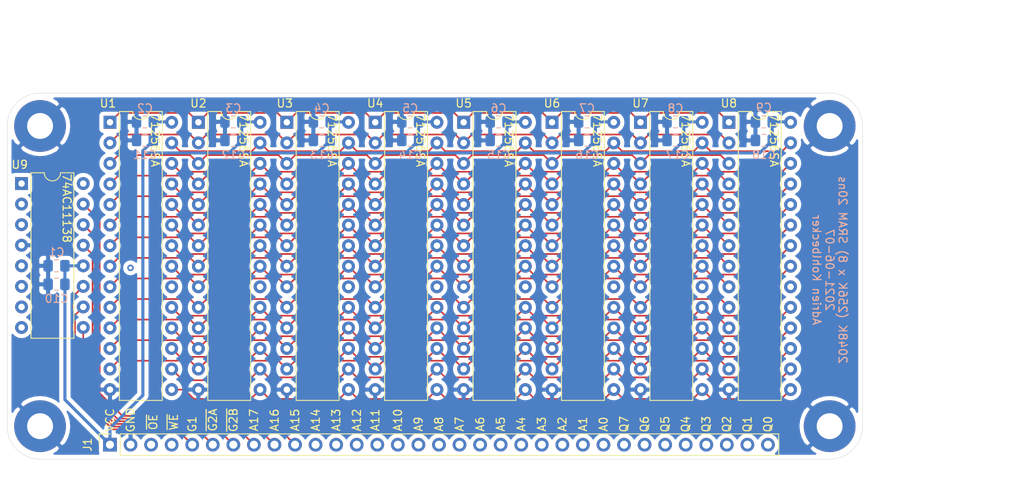
<source format=kicad_pcb>
(kicad_pcb (version 20171130) (host pcbnew "(5.1.9-0-10_14)")
  (layers (0 F.Cu signal) (1 In1.Cu signal) (2 In2.Cu signal) (31 B.Cu signal) (34 B.Paste user) (35 F.Paste user) (36 B.SilkS user) (37 F.SilkS user) (38 B.Mask user) (39 F.Mask user) (44 Edge.Cuts user))
  (net 0 "")
  (net 1 GND)
  (net 2 VCC)
  (net 3 /Q0)
  (net 4 /Q1)
  (net 5 /Q2)
  (net 6 /Q3)
  (net 7 /Q4)
  (net 8 /Q5)
  (net 9 /Q6)
  (net 10 /Q7)
  (net 11 /A0)
  (net 12 /A1)
  (net 13 /A2)
  (net 14 /A3)
  (net 15 /A4)
  (net 16 /A5)
  (net 17 /A6)
  (net 18 /A7)
  (net 19 /A8)
  (net 20 /A9)
  (net 21 /A10)
  (net 22 /A11)
  (net 23 /A12)
  (net 24 /A13)
  (net 25 /A14)
  (net 26 /A15)
  (net 27 /A16)
  (net 28 /A17)
  (net 29 ~G2B)
  (net 30 ~G2A)
  (net 31 G1)
  (net 32 ~WE)
  (net 33 ~OE)
  (net 34 ~CS0)
  (net 35 ~CS4)
  (net 36 ~CS1)
  (net 37 ~CS5)
  (net 38 ~CS2)
  (net 39 ~CS6)
  (net 40 ~CS3)
  (net 41 ~CS7)
  (module Package_DIP:DIP-28_W7.62mm (layer F.Cu) (at 88.646 85.905)
    (fp_text reference U1 (at -0.254 -2.339) (layer F.SilkS))
    (fp_text value 71256SA)
    (pad 28 thru_hole oval (at 7.62 0) (size 1.6 1.6) (drill 0.8) (layers *.Cu *.Mask) (net 2 VCC))
    (pad 14 thru_hole oval (at 0 33.02) (size 1.6 1.6) (drill 0.8) (layers *.Cu *.Mask) (net 1 GND))
    (pad 27 thru_hole oval (at 7.62 2.54) (size 1.6 1.6) (drill 0.8) (layers *.Cu *.Mask) (net 32 ~WE))
    (pad 13 thru_hole oval (at 0 30.48) (size 1.6 1.6) (drill 0.8) (layers *.Cu *.Mask) (net 5 /Q2))
    (pad 26 thru_hole oval (at 7.62 5.08) (size 1.6 1.6) (drill 0.8) (layers *.Cu *.Mask) (net 24 /A13))
    (pad 12 thru_hole oval (at 0 27.94) (size 1.6 1.6) (drill 0.8) (layers *.Cu *.Mask) (net 4 /Q1))
    (pad 25 thru_hole oval (at 7.62 7.62) (size 1.6 1.6) (drill 0.8) (layers *.Cu *.Mask) (net 19 /A8))
    (pad 11 thru_hole oval (at 0 25.4) (size 1.6 1.6) (drill 0.8) (layers *.Cu *.Mask) (net 3 /Q0))
    (pad 24 thru_hole oval (at 7.62 10.16) (size 1.6 1.6) (drill 0.8) (layers *.Cu *.Mask) (net 20 /A9))
    (pad 10 thru_hole oval (at 0 22.86) (size 1.6 1.6) (drill 0.8) (layers *.Cu *.Mask) (net 11 /A0))
    (pad 23 thru_hole oval (at 7.62 12.7) (size 1.6 1.6) (drill 0.8) (layers *.Cu *.Mask) (net 22 /A11))
    (pad 9 thru_hole oval (at 0 20.32) (size 1.6 1.6) (drill 0.8) (layers *.Cu *.Mask) (net 12 /A1))
    (pad 22 thru_hole oval (at 7.62 15.24) (size 1.6 1.6) (drill 0.8) (layers *.Cu *.Mask) (net 33 ~OE))
    (pad 8 thru_hole oval (at 0 17.78) (size 1.6 1.6) (drill 0.8) (layers *.Cu *.Mask) (net 13 /A2))
    (pad 21 thru_hole oval (at 7.62 17.78) (size 1.6 1.6) (drill 0.8) (layers *.Cu *.Mask) (net 21 /A10))
    (pad 7 thru_hole oval (at 0 15.24) (size 1.6 1.6) (drill 0.8) (layers *.Cu *.Mask) (net 14 /A3))
    (pad 20 thru_hole oval (at 7.62 20.32) (size 1.6 1.6) (drill 0.8) (layers *.Cu *.Mask) (net 34 ~CS0))
    (pad 6 thru_hole oval (at 0 12.7) (size 1.6 1.6) (drill 0.8) (layers *.Cu *.Mask) (net 15 /A4))
    (pad 19 thru_hole oval (at 7.62 22.86) (size 1.6 1.6) (drill 0.8) (layers *.Cu *.Mask) (net 10 /Q7))
    (pad 5 thru_hole oval (at 0 10.16) (size 1.6 1.6) (drill 0.8) (layers *.Cu *.Mask) (net 16 /A5))
    (pad 18 thru_hole oval (at 7.62 25.4) (size 1.6 1.6) (drill 0.8) (layers *.Cu *.Mask) (net 9 /Q6))
    (pad 4 thru_hole oval (at 0 7.62) (size 1.6 1.6) (drill 0.8) (layers *.Cu *.Mask) (net 17 /A6))
    (pad 17 thru_hole oval (at 7.62 27.94) (size 1.6 1.6) (drill 0.8) (layers *.Cu *.Mask) (net 8 /Q5))
    (pad 3 thru_hole oval (at 0 5.08) (size 1.6 1.6) (drill 0.8) (layers *.Cu *.Mask) (net 18 /A7))
    (pad 16 thru_hole oval (at 7.62 30.48) (size 1.6 1.6) (drill 0.8) (layers *.Cu *.Mask) (net 7 /Q4))
    (pad 2 thru_hole oval (at 0 2.54) (size 1.6 1.6) (drill 0.8) (layers *.Cu *.Mask) (net 23 /A12))
    (pad 15 thru_hole oval (at 7.62 33.02) (size 1.6 1.6) (drill 0.8) (layers *.Cu *.Mask) (net 6 /Q3))
    (pad 1 thru_hole rect (at 0 0) (size 1.6 1.6) (drill 0.8) (layers *.Cu *.Mask) (net 25 /A14))
  )
  (module Capacitor_SMD:C_0805_2012Metric_Pad1.18x1.45mm_HandSolder (layer B.Cu) (at 169.418 88.138 180)
    (fp_text reference C18 (at 0 -1.778 180) (layer B.SilkS) (effects (justify mirror)))
    (fp_text value 10uF)
    (pad 2 smd roundrect (at 1.0375 0 180) (size 1.175 1.45) (layers B.Cu B.Paste B.Mask) (roundrect_rratio 0.2127659574468085) (net 1 GND))
    (pad 1 smd roundrect (at -1.0375 0 180) (size 1.175 1.45) (layers B.Cu B.Paste B.Mask) (roundrect_rratio 0.2127659574468085) (net 2 VCC))
  )
  (module Capacitor_SMD:C_0805_2012Metric_Pad1.18x1.45mm_HandSolder (layer B.Cu) (at 158.496 88.138 180)
    (fp_text reference C17 (at -0.254 -1.778) (layer B.SilkS) (effects (justify mirror)))
    (fp_text value 10uF)
    (pad 2 smd roundrect (at 1.0375 0 180) (size 1.175 1.45) (layers B.Cu B.Paste B.Mask) (roundrect_rratio 0.2127659574468085) (net 1 GND))
    (pad 1 smd roundrect (at -1.0375 0 180) (size 1.175 1.45) (layers B.Cu B.Paste B.Mask) (roundrect_rratio 0.2127659574468085) (net 2 VCC))
  )
  (module Capacitor_SMD:C_0805_2012Metric_Pad1.18x1.45mm_HandSolder (layer B.Cu) (at 147.574 88.138 180)
    (fp_text reference C16 (at 0 -1.778) (layer B.SilkS) (effects (justify mirror)))
    (fp_text value 10uF)
    (pad 2 smd roundrect (at 1.0375 0 180) (size 1.175 1.45) (layers B.Cu B.Paste B.Mask) (roundrect_rratio 0.2127659574468085) (net 1 GND))
    (pad 1 smd roundrect (at -1.0375 0 180) (size 1.175 1.45) (layers B.Cu B.Paste B.Mask) (roundrect_rratio 0.2127659574468085) (net 2 VCC))
  )
  (module Capacitor_SMD:C_0805_2012Metric_Pad1.18x1.45mm_HandSolder (layer B.Cu) (at 136.652 88.138 180)
    (fp_text reference C15 (at 0 -1.778) (layer B.SilkS) (effects (justify mirror)))
    (fp_text value 10uF)
    (pad 2 smd roundrect (at 1.0375 0 180) (size 1.175 1.45) (layers B.Cu B.Paste B.Mask) (roundrect_rratio 0.2127659574468085) (net 1 GND))
    (pad 1 smd roundrect (at -1.0375 0 180) (size 1.175 1.45) (layers B.Cu B.Paste B.Mask) (roundrect_rratio 0.2127659574468085) (net 2 VCC))
  )
  (module Capacitor_SMD:C_0805_2012Metric_Pad1.18x1.45mm_HandSolder (layer B.Cu) (at 125.73 88.138 180)
    (fp_text reference C14 (at 0 -1.778) (layer B.SilkS) (effects (justify mirror)))
    (fp_text value 10uF)
    (pad 2 smd roundrect (at 1.0375 0 180) (size 1.175 1.45) (layers B.Cu B.Paste B.Mask) (roundrect_rratio 0.2127659574468085) (net 1 GND))
    (pad 1 smd roundrect (at -1.0375 0 180) (size 1.175 1.45) (layers B.Cu B.Paste B.Mask) (roundrect_rratio 0.2127659574468085) (net 2 VCC))
  )
  (module Capacitor_SMD:C_0805_2012Metric_Pad1.18x1.45mm_HandSolder (layer B.Cu) (at 114.808 88.138 180)
    (fp_text reference C13 (at 0 -1.778) (layer B.SilkS) (effects (justify mirror)))
    (fp_text value 10uF)
    (pad 2 smd roundrect (at 1.0375 0 180) (size 1.175 1.45) (layers B.Cu B.Paste B.Mask) (roundrect_rratio 0.2127659574468085) (net 1 GND))
    (pad 1 smd roundrect (at -1.0375 0 180) (size 1.175 1.45) (layers B.Cu B.Paste B.Mask) (roundrect_rratio 0.2127659574468085) (net 2 VCC))
  )
  (module Capacitor_SMD:C_0805_2012Metric_Pad1.18x1.45mm_HandSolder (layer B.Cu) (at 103.886 88.138 180)
    (fp_text reference C12 (at 0 -1.778) (layer B.SilkS) (effects (justify mirror)))
    (fp_text value 10uF)
    (pad 2 smd roundrect (at 1.0375 0 180) (size 1.175 1.45) (layers B.Cu B.Paste B.Mask) (roundrect_rratio 0.2127659574468085) (net 1 GND))
    (pad 1 smd roundrect (at -1.0375 0 180) (size 1.175 1.45) (layers B.Cu B.Paste B.Mask) (roundrect_rratio 0.2127659574468085) (net 2 VCC))
  )
  (module Capacitor_SMD:C_0805_2012Metric_Pad1.18x1.45mm_HandSolder (layer B.Cu) (at 92.964 88.138 180)
    (fp_text reference C11 (at 0 -1.778) (layer B.SilkS) (effects (justify mirror)))
    (fp_text value 10uF)
    (pad 2 smd roundrect (at 1.0375 0 180) (size 1.175 1.45) (layers B.Cu B.Paste B.Mask) (roundrect_rratio 0.2127659574468085) (net 1 GND))
    (pad 1 smd roundrect (at -1.0375 0 180) (size 1.175 1.45) (layers B.Cu B.Paste B.Mask) (roundrect_rratio 0.2127659574468085) (net 2 VCC))
  )
  (module Capacitor_SMD:C_0805_2012Metric_Pad1.18x1.45mm_HandSolder (layer B.Cu) (at 82.042 105.918 180)
    (fp_text reference C10 (at 0 -1.778) (layer B.SilkS) (effects (justify mirror)))
    (fp_text value 10uF)
    (pad 2 smd roundrect (at 1.0375 0 180) (size 1.175 1.45) (layers B.Cu B.Paste B.Mask) (roundrect_rratio 0.2127659574468085) (net 1 GND))
    (pad 1 smd roundrect (at -1.0375 0 180) (size 1.175 1.45) (layers B.Cu B.Paste B.Mask) (roundrect_rratio 0.2127659574468085) (net 2 VCC))
  )
  (module Capacitor_SMD:C_0805_2012Metric_Pad1.18x1.45mm_HandSolder (layer B.Cu) (at 169.418 85.852 180)
    (fp_text reference C9 (at 0 1.778 180) (layer B.SilkS) (effects (justify mirror)))
    (fp_text value 0.1uF)
    (pad 2 smd roundrect (at 1.0375 0 180) (size 1.175 1.45) (layers B.Cu B.Paste B.Mask) (roundrect_rratio 0.2127659574468085) (net 1 GND))
    (pad 1 smd roundrect (at -1.0375 0 180) (size 1.175 1.45) (layers B.Cu B.Paste B.Mask) (roundrect_rratio 0.2127659574468085) (net 2 VCC))
  )
  (module Capacitor_SMD:C_0805_2012Metric_Pad1.18x1.45mm_HandSolder (layer B.Cu) (at 158.496 85.852 180)
    (fp_text reference C8 (at 0 1.68) (layer B.SilkS) (effects (justify mirror)))
    (fp_text value 0.1uF)
    (pad 2 smd roundrect (at 1.0375 0 180) (size 1.175 1.45) (layers B.Cu B.Paste B.Mask) (roundrect_rratio 0.2127659574468085) (net 1 GND))
    (pad 1 smd roundrect (at -1.0375 0 180) (size 1.175 1.45) (layers B.Cu B.Paste B.Mask) (roundrect_rratio 0.2127659574468085) (net 2 VCC))
  )
  (module Capacitor_SMD:C_0805_2012Metric_Pad1.18x1.45mm_HandSolder (layer B.Cu) (at 147.574 85.852 180)
    (fp_text reference C7 (at 0 1.68) (layer B.SilkS) (effects (justify mirror)))
    (fp_text value 0.1uF)
    (pad 2 smd roundrect (at 1.0375 0 180) (size 1.175 1.45) (layers B.Cu B.Paste B.Mask) (roundrect_rratio 0.2127659574468085) (net 1 GND))
    (pad 1 smd roundrect (at -1.0375 0 180) (size 1.175 1.45) (layers B.Cu B.Paste B.Mask) (roundrect_rratio 0.2127659574468085) (net 2 VCC))
  )
  (module Capacitor_SMD:C_0805_2012Metric_Pad1.18x1.45mm_HandSolder (layer B.Cu) (at 136.652 85.852 180)
    (fp_text reference C6 (at 0 1.68) (layer B.SilkS) (effects (justify mirror)))
    (fp_text value 0.1uF)
    (pad 2 smd roundrect (at 1.0375 0 180) (size 1.175 1.45) (layers B.Cu B.Paste B.Mask) (roundrect_rratio 0.2127659574468085) (net 1 GND))
    (pad 1 smd roundrect (at -1.0375 0 180) (size 1.175 1.45) (layers B.Cu B.Paste B.Mask) (roundrect_rratio 0.2127659574468085) (net 2 VCC))
  )
  (module Capacitor_SMD:C_0805_2012Metric_Pad1.18x1.45mm_HandSolder (layer B.Cu) (at 125.73 85.852 180)
    (fp_text reference C5 (at 0 1.68) (layer B.SilkS) (effects (justify mirror)))
    (fp_text value 0.1uF)
    (pad 2 smd roundrect (at 1.0375 0 180) (size 1.175 1.45) (layers B.Cu B.Paste B.Mask) (roundrect_rratio 0.2127659574468085) (net 1 GND))
    (pad 1 smd roundrect (at -1.0375 0 180) (size 1.175 1.45) (layers B.Cu B.Paste B.Mask) (roundrect_rratio 0.2127659574468085) (net 2 VCC))
  )
  (module Capacitor_SMD:C_0805_2012Metric_Pad1.18x1.45mm_HandSolder (layer B.Cu) (at 114.808 85.852 180)
    (fp_text reference C4 (at 0 1.68) (layer B.SilkS) (effects (justify mirror)))
    (fp_text value 0.1uF)
    (pad 2 smd roundrect (at 1.0375 0 180) (size 1.175 1.45) (layers B.Cu B.Paste B.Mask) (roundrect_rratio 0.2127659574468085) (net 1 GND))
    (pad 1 smd roundrect (at -1.0375 0 180) (size 1.175 1.45) (layers B.Cu B.Paste B.Mask) (roundrect_rratio 0.2127659574468085) (net 2 VCC))
  )
  (module Capacitor_SMD:C_0805_2012Metric_Pad1.18x1.45mm_HandSolder (layer B.Cu) (at 103.886 85.852 180)
    (fp_text reference C3 (at 0 1.68) (layer B.SilkS) (effects (justify mirror)))
    (fp_text value 0.1uF)
    (pad 2 smd roundrect (at 1.0375 0 180) (size 1.175 1.45) (layers B.Cu B.Paste B.Mask) (roundrect_rratio 0.2127659574468085) (net 1 GND))
    (pad 1 smd roundrect (at -1.0375 0 180) (size 1.175 1.45) (layers B.Cu B.Paste B.Mask) (roundrect_rratio 0.2127659574468085) (net 2 VCC))
  )
  (module Capacitor_SMD:C_0805_2012Metric_Pad1.18x1.45mm_HandSolder (layer B.Cu) (at 92.964 85.852 180)
    (fp_text reference C2 (at 0 1.68) (layer B.SilkS) (effects (justify mirror)))
    (fp_text value 0.1uF)
    (pad 2 smd roundrect (at 1.0375 0 180) (size 1.175 1.45) (layers B.Cu B.Paste B.Mask) (roundrect_rratio 0.2127659574468085) (net 1 GND))
    (pad 1 smd roundrect (at -1.0375 0 180) (size 1.175 1.45) (layers B.Cu B.Paste B.Mask) (roundrect_rratio 0.2127659574468085) (net 2 VCC))
  )
  (module Capacitor_SMD:C_0805_2012Metric_Pad1.18x1.45mm_HandSolder (layer B.Cu) (at 82.042 103.632 180)
    (fp_text reference C1 (at 0 1.68) (layer B.SilkS) (effects (justify mirror)))
    (fp_text value 0.1uF)
    (pad 2 smd roundrect (at 1.0375 0 180) (size 1.175 1.45) (layers B.Cu B.Paste B.Mask) (roundrect_rratio 0.2127659574468085) (net 1 GND))
    (pad 1 smd roundrect (at -1.0375 0 180) (size 1.175 1.45) (layers B.Cu B.Paste B.Mask) (roundrect_rratio 0.2127659574468085) (net 2 VCC))
  )
  (module Package_DIP:DIP-16_W7.62mm (layer F.Cu) (at 77.724 93.472)
    (fp_text reference U9 (at -0.2286 -2.3368) (layer F.SilkS))
    (fp_text value 74AC11138)
    (pad 16 thru_hole oval (at 7.62 0) (size 1.6 1.6) (drill 0.8) (layers *.Cu *.Mask) (net 34 ~CS0))
    (pad 8 thru_hole oval (at 0 17.78) (size 1.6 1.6) (drill 0.8) (layers *.Cu *.Mask) (net 41 ~CS7))
    (pad 15 thru_hole oval (at 7.62 2.54) (size 1.6 1.6) (drill 0.8) (layers *.Cu *.Mask) (net 26 /A15))
    (pad 7 thru_hole oval (at 0 15.24) (size 1.6 1.6) (drill 0.8) (layers *.Cu *.Mask) (net 39 ~CS6))
    (pad 14 thru_hole oval (at 7.62 5.08) (size 1.6 1.6) (drill 0.8) (layers *.Cu *.Mask) (net 27 /A16))
    (pad 6 thru_hole oval (at 0 12.7) (size 1.6 1.6) (drill 0.8) (layers *.Cu *.Mask) (net 37 ~CS5))
    (pad 13 thru_hole oval (at 7.62 7.62) (size 1.6 1.6) (drill 0.8) (layers *.Cu *.Mask) (net 28 /A17))
    (pad 5 thru_hole oval (at 0 10.16) (size 1.6 1.6) (drill 0.8) (layers *.Cu *.Mask) (net 35 ~CS4))
    (pad 12 thru_hole oval (at 7.62 10.16) (size 1.6 1.6) (drill 0.8) (layers *.Cu *.Mask) (net 2 VCC))
    (pad 4 thru_hole oval (at 0 7.62) (size 1.6 1.6) (drill 0.8) (layers *.Cu *.Mask) (net 1 GND))
    (pad 11 thru_hole oval (at 7.62 12.7) (size 1.6 1.6) (drill 0.8) (layers *.Cu *.Mask) (net 31 G1))
    (pad 3 thru_hole oval (at 0 5.08) (size 1.6 1.6) (drill 0.8) (layers *.Cu *.Mask) (net 40 ~CS3))
    (pad 10 thru_hole oval (at 7.62 15.24) (size 1.6 1.6) (drill 0.8) (layers *.Cu *.Mask) (net 30 ~G2A))
    (pad 2 thru_hole oval (at 0 2.54) (size 1.6 1.6) (drill 0.8) (layers *.Cu *.Mask) (net 38 ~CS2))
    (pad 9 thru_hole oval (at 7.62 17.78) (size 1.6 1.6) (drill 0.8) (layers *.Cu *.Mask) (net 29 ~G2B))
    (pad 1 thru_hole rect (at 0 0) (size 1.6 1.6) (drill 0.8) (layers *.Cu *.Mask) (net 36 ~CS1))
  )
  (module MountingHole:MountingHole_3.2mm_M3_Pad (layer F.Cu) (at 177.546 123.444)
    (fp_text reference H4 hide)
    (fp_text value MountingHole_Pad)
    (pad 1 thru_hole circle (at 0 0) (size 6.4 6.4) (drill 3.2) (layers *.Cu *.Mask) (net 1 GND))
  )
  (module MountingHole:MountingHole_3.2mm_M3_Pad (layer F.Cu) (at 177.546 86.36)
    (fp_text reference H3 hide)
    (fp_text value MountingHole_Pad)
    (pad 1 thru_hole circle (at 0 0) (size 6.4 6.4) (drill 3.2) (layers *.Cu *.Mask) (net 1 GND))
  )
  (module MountingHole:MountingHole_3.2mm_M3_Pad (layer F.Cu) (at 80.01 123.444)
    (fp_text reference H2 hide)
    (fp_text value MountingHole_Pad)
    (pad 1 thru_hole circle (at 0 0) (size 6.4 6.4) (drill 3.2) (layers *.Cu *.Mask) (net 1 GND))
  )
  (module MountingHole:MountingHole_3.2mm_M3_Pad (layer F.Cu) (at 80.01 86.36)
    (fp_text reference H1 hide)
    (fp_text value MountingHole_Pad)
    (pad 1 thru_hole circle (at 0 0) (size 6.4 6.4) (drill 3.2) (layers *.Cu *.Mask) (net 1 GND))
  )
  (module Package_DIP:DIP-28_W7.62mm (layer F.Cu) (at 165.1 85.905)
    (fp_text reference U8 (at 0 -2.339) (layer F.SilkS))
    (fp_text value 71256SA)
    (pad 28 thru_hole oval (at 7.62 0) (size 1.6 1.6) (drill 0.8) (layers *.Cu *.Mask) (net 2 VCC))
    (pad 14 thru_hole oval (at 0 33.02) (size 1.6 1.6) (drill 0.8) (layers *.Cu *.Mask) (net 1 GND))
    (pad 27 thru_hole oval (at 7.62 2.54) (size 1.6 1.6) (drill 0.8) (layers *.Cu *.Mask) (net 32 ~WE))
    (pad 13 thru_hole oval (at 0 30.48) (size 1.6 1.6) (drill 0.8) (layers *.Cu *.Mask) (net 5 /Q2))
    (pad 26 thru_hole oval (at 7.62 5.08) (size 1.6 1.6) (drill 0.8) (layers *.Cu *.Mask) (net 24 /A13))
    (pad 12 thru_hole oval (at 0 27.94) (size 1.6 1.6) (drill 0.8) (layers *.Cu *.Mask) (net 4 /Q1))
    (pad 25 thru_hole oval (at 7.62 7.62) (size 1.6 1.6) (drill 0.8) (layers *.Cu *.Mask) (net 19 /A8))
    (pad 11 thru_hole oval (at 0 25.4) (size 1.6 1.6) (drill 0.8) (layers *.Cu *.Mask) (net 3 /Q0))
    (pad 24 thru_hole oval (at 7.62 10.16) (size 1.6 1.6) (drill 0.8) (layers *.Cu *.Mask) (net 20 /A9))
    (pad 10 thru_hole oval (at 0 22.86) (size 1.6 1.6) (drill 0.8) (layers *.Cu *.Mask) (net 11 /A0))
    (pad 23 thru_hole oval (at 7.62 12.7) (size 1.6 1.6) (drill 0.8) (layers *.Cu *.Mask) (net 22 /A11))
    (pad 9 thru_hole oval (at 0 20.32) (size 1.6 1.6) (drill 0.8) (layers *.Cu *.Mask) (net 12 /A1))
    (pad 22 thru_hole oval (at 7.62 15.24) (size 1.6 1.6) (drill 0.8) (layers *.Cu *.Mask) (net 33 ~OE))
    (pad 8 thru_hole oval (at 0 17.78) (size 1.6 1.6) (drill 0.8) (layers *.Cu *.Mask) (net 13 /A2))
    (pad 21 thru_hole oval (at 7.62 17.78) (size 1.6 1.6) (drill 0.8) (layers *.Cu *.Mask) (net 21 /A10))
    (pad 7 thru_hole oval (at 0 15.24) (size 1.6 1.6) (drill 0.8) (layers *.Cu *.Mask) (net 14 /A3))
    (pad 20 thru_hole oval (at 7.62 20.32) (size 1.6 1.6) (drill 0.8) (layers *.Cu *.Mask) (net 41 ~CS7))
    (pad 6 thru_hole oval (at 0 12.7) (size 1.6 1.6) (drill 0.8) (layers *.Cu *.Mask) (net 15 /A4))
    (pad 19 thru_hole oval (at 7.62 22.86) (size 1.6 1.6) (drill 0.8) (layers *.Cu *.Mask) (net 10 /Q7))
    (pad 5 thru_hole oval (at 0 10.16) (size 1.6 1.6) (drill 0.8) (layers *.Cu *.Mask) (net 16 /A5))
    (pad 18 thru_hole oval (at 7.62 25.4) (size 1.6 1.6) (drill 0.8) (layers *.Cu *.Mask) (net 9 /Q6))
    (pad 4 thru_hole oval (at 0 7.62) (size 1.6 1.6) (drill 0.8) (layers *.Cu *.Mask) (net 17 /A6))
    (pad 17 thru_hole oval (at 7.62 27.94) (size 1.6 1.6) (drill 0.8) (layers *.Cu *.Mask) (net 8 /Q5))
    (pad 3 thru_hole oval (at 0 5.08) (size 1.6 1.6) (drill 0.8) (layers *.Cu *.Mask) (net 18 /A7))
    (pad 16 thru_hole oval (at 7.62 30.48) (size 1.6 1.6) (drill 0.8) (layers *.Cu *.Mask) (net 7 /Q4))
    (pad 2 thru_hole oval (at 0 2.54) (size 1.6 1.6) (drill 0.8) (layers *.Cu *.Mask) (net 23 /A12))
    (pad 15 thru_hole oval (at 7.62 33.02) (size 1.6 1.6) (drill 0.8) (layers *.Cu *.Mask) (net 6 /Q3))
    (pad 1 thru_hole rect (at 0 0) (size 1.6 1.6) (drill 0.8) (layers *.Cu *.Mask) (net 25 /A14))
  )
  (module Package_DIP:DIP-28_W7.62mm (layer F.Cu) (at 154.178 85.905)
    (fp_text reference U7 (at 0 -2.339) (layer F.SilkS))
    (fp_text value 71256SA)
    (pad 28 thru_hole oval (at 7.62 0) (size 1.6 1.6) (drill 0.8) (layers *.Cu *.Mask) (net 2 VCC))
    (pad 14 thru_hole oval (at 0 33.02) (size 1.6 1.6) (drill 0.8) (layers *.Cu *.Mask) (net 1 GND))
    (pad 27 thru_hole oval (at 7.62 2.54) (size 1.6 1.6) (drill 0.8) (layers *.Cu *.Mask) (net 32 ~WE))
    (pad 13 thru_hole oval (at 0 30.48) (size 1.6 1.6) (drill 0.8) (layers *.Cu *.Mask) (net 5 /Q2))
    (pad 26 thru_hole oval (at 7.62 5.08) (size 1.6 1.6) (drill 0.8) (layers *.Cu *.Mask) (net 24 /A13))
    (pad 12 thru_hole oval (at 0 27.94) (size 1.6 1.6) (drill 0.8) (layers *.Cu *.Mask) (net 4 /Q1))
    (pad 25 thru_hole oval (at 7.62 7.62) (size 1.6 1.6) (drill 0.8) (layers *.Cu *.Mask) (net 19 /A8))
    (pad 11 thru_hole oval (at 0 25.4) (size 1.6 1.6) (drill 0.8) (layers *.Cu *.Mask) (net 3 /Q0))
    (pad 24 thru_hole oval (at 7.62 10.16) (size 1.6 1.6) (drill 0.8) (layers *.Cu *.Mask) (net 20 /A9))
    (pad 10 thru_hole oval (at 0 22.86) (size 1.6 1.6) (drill 0.8) (layers *.Cu *.Mask) (net 11 /A0))
    (pad 23 thru_hole oval (at 7.62 12.7) (size 1.6 1.6) (drill 0.8) (layers *.Cu *.Mask) (net 22 /A11))
    (pad 9 thru_hole oval (at 0 20.32) (size 1.6 1.6) (drill 0.8) (layers *.Cu *.Mask) (net 12 /A1))
    (pad 22 thru_hole oval (at 7.62 15.24) (size 1.6 1.6) (drill 0.8) (layers *.Cu *.Mask) (net 33 ~OE))
    (pad 8 thru_hole oval (at 0 17.78) (size 1.6 1.6) (drill 0.8) (layers *.Cu *.Mask) (net 13 /A2))
    (pad 21 thru_hole oval (at 7.62 17.78) (size 1.6 1.6) (drill 0.8) (layers *.Cu *.Mask) (net 21 /A10))
    (pad 7 thru_hole oval (at 0 15.24) (size 1.6 1.6) (drill 0.8) (layers *.Cu *.Mask) (net 14 /A3))
    (pad 20 thru_hole oval (at 7.62 20.32) (size 1.6 1.6) (drill 0.8) (layers *.Cu *.Mask) (net 39 ~CS6))
    (pad 6 thru_hole oval (at 0 12.7) (size 1.6 1.6) (drill 0.8) (layers *.Cu *.Mask) (net 15 /A4))
    (pad 19 thru_hole oval (at 7.62 22.86) (size 1.6 1.6) (drill 0.8) (layers *.Cu *.Mask) (net 10 /Q7))
    (pad 5 thru_hole oval (at 0 10.16) (size 1.6 1.6) (drill 0.8) (layers *.Cu *.Mask) (net 16 /A5))
    (pad 18 thru_hole oval (at 7.62 25.4) (size 1.6 1.6) (drill 0.8) (layers *.Cu *.Mask) (net 9 /Q6))
    (pad 4 thru_hole oval (at 0 7.62) (size 1.6 1.6) (drill 0.8) (layers *.Cu *.Mask) (net 17 /A6))
    (pad 17 thru_hole oval (at 7.62 27.94) (size 1.6 1.6) (drill 0.8) (layers *.Cu *.Mask) (net 8 /Q5))
    (pad 3 thru_hole oval (at 0 5.08) (size 1.6 1.6) (drill 0.8) (layers *.Cu *.Mask) (net 18 /A7))
    (pad 16 thru_hole oval (at 7.62 30.48) (size 1.6 1.6) (drill 0.8) (layers *.Cu *.Mask) (net 7 /Q4))
    (pad 2 thru_hole oval (at 0 2.54) (size 1.6 1.6) (drill 0.8) (layers *.Cu *.Mask) (net 23 /A12))
    (pad 15 thru_hole oval (at 7.62 33.02) (size 1.6 1.6) (drill 0.8) (layers *.Cu *.Mask) (net 6 /Q3))
    (pad 1 thru_hole rect (at 0 0) (size 1.6 1.6) (drill 0.8) (layers *.Cu *.Mask) (net 25 /A14))
  )
  (module Package_DIP:DIP-28_W7.62mm (layer F.Cu) (at 143.256 85.905)
    (fp_text reference U6 (at 0 -2.339) (layer F.SilkS))
    (fp_text value 71256SA)
    (pad 28 thru_hole oval (at 7.62 0) (size 1.6 1.6) (drill 0.8) (layers *.Cu *.Mask) (net 2 VCC))
    (pad 14 thru_hole oval (at 0 33.02) (size 1.6 1.6) (drill 0.8) (layers *.Cu *.Mask) (net 1 GND))
    (pad 27 thru_hole oval (at 7.62 2.54) (size 1.6 1.6) (drill 0.8) (layers *.Cu *.Mask) (net 32 ~WE))
    (pad 13 thru_hole oval (at 0 30.48) (size 1.6 1.6) (drill 0.8) (layers *.Cu *.Mask) (net 5 /Q2))
    (pad 26 thru_hole oval (at 7.62 5.08) (size 1.6 1.6) (drill 0.8) (layers *.Cu *.Mask) (net 24 /A13))
    (pad 12 thru_hole oval (at 0 27.94) (size 1.6 1.6) (drill 0.8) (layers *.Cu *.Mask) (net 4 /Q1))
    (pad 25 thru_hole oval (at 7.62 7.62) (size 1.6 1.6) (drill 0.8) (layers *.Cu *.Mask) (net 19 /A8))
    (pad 11 thru_hole oval (at 0 25.4) (size 1.6 1.6) (drill 0.8) (layers *.Cu *.Mask) (net 3 /Q0))
    (pad 24 thru_hole oval (at 7.62 10.16) (size 1.6 1.6) (drill 0.8) (layers *.Cu *.Mask) (net 20 /A9))
    (pad 10 thru_hole oval (at 0 22.86) (size 1.6 1.6) (drill 0.8) (layers *.Cu *.Mask) (net 11 /A0))
    (pad 23 thru_hole oval (at 7.62 12.7) (size 1.6 1.6) (drill 0.8) (layers *.Cu *.Mask) (net 22 /A11))
    (pad 9 thru_hole oval (at 0 20.32) (size 1.6 1.6) (drill 0.8) (layers *.Cu *.Mask) (net 12 /A1))
    (pad 22 thru_hole oval (at 7.62 15.24) (size 1.6 1.6) (drill 0.8) (layers *.Cu *.Mask) (net 33 ~OE))
    (pad 8 thru_hole oval (at 0 17.78) (size 1.6 1.6) (drill 0.8) (layers *.Cu *.Mask) (net 13 /A2))
    (pad 21 thru_hole oval (at 7.62 17.78) (size 1.6 1.6) (drill 0.8) (layers *.Cu *.Mask) (net 21 /A10))
    (pad 7 thru_hole oval (at 0 15.24) (size 1.6 1.6) (drill 0.8) (layers *.Cu *.Mask) (net 14 /A3))
    (pad 20 thru_hole oval (at 7.62 20.32) (size 1.6 1.6) (drill 0.8) (layers *.Cu *.Mask) (net 37 ~CS5))
    (pad 6 thru_hole oval (at 0 12.7) (size 1.6 1.6) (drill 0.8) (layers *.Cu *.Mask) (net 15 /A4))
    (pad 19 thru_hole oval (at 7.62 22.86) (size 1.6 1.6) (drill 0.8) (layers *.Cu *.Mask) (net 10 /Q7))
    (pad 5 thru_hole oval (at 0 10.16) (size 1.6 1.6) (drill 0.8) (layers *.Cu *.Mask) (net 16 /A5))
    (pad 18 thru_hole oval (at 7.62 25.4) (size 1.6 1.6) (drill 0.8) (layers *.Cu *.Mask) (net 9 /Q6))
    (pad 4 thru_hole oval (at 0 7.62) (size 1.6 1.6) (drill 0.8) (layers *.Cu *.Mask) (net 17 /A6))
    (pad 17 thru_hole oval (at 7.62 27.94) (size 1.6 1.6) (drill 0.8) (layers *.Cu *.Mask) (net 8 /Q5))
    (pad 3 thru_hole oval (at 0 5.08) (size 1.6 1.6) (drill 0.8) (layers *.Cu *.Mask) (net 18 /A7))
    (pad 16 thru_hole oval (at 7.62 30.48) (size 1.6 1.6) (drill 0.8) (layers *.Cu *.Mask) (net 7 /Q4))
    (pad 2 thru_hole oval (at 0 2.54) (size 1.6 1.6) (drill 0.8) (layers *.Cu *.Mask) (net 23 /A12))
    (pad 15 thru_hole oval (at 7.62 33.02) (size 1.6 1.6) (drill 0.8) (layers *.Cu *.Mask) (net 6 /Q3))
    (pad 1 thru_hole rect (at 0 0) (size 1.6 1.6) (drill 0.8) (layers *.Cu *.Mask) (net 25 /A14))
  )
  (module Package_DIP:DIP-28_W7.62mm (layer F.Cu) (at 132.334 85.905)
    (fp_text reference U5 (at 0 -2.339) (layer F.SilkS))
    (fp_text value 71256SA)
    (pad 28 thru_hole oval (at 7.62 0) (size 1.6 1.6) (drill 0.8) (layers *.Cu *.Mask) (net 2 VCC))
    (pad 14 thru_hole oval (at 0 33.02) (size 1.6 1.6) (drill 0.8) (layers *.Cu *.Mask) (net 1 GND))
    (pad 27 thru_hole oval (at 7.62 2.54) (size 1.6 1.6) (drill 0.8) (layers *.Cu *.Mask) (net 32 ~WE))
    (pad 13 thru_hole oval (at 0 30.48) (size 1.6 1.6) (drill 0.8) (layers *.Cu *.Mask) (net 5 /Q2))
    (pad 26 thru_hole oval (at 7.62 5.08) (size 1.6 1.6) (drill 0.8) (layers *.Cu *.Mask) (net 24 /A13))
    (pad 12 thru_hole oval (at 0 27.94) (size 1.6 1.6) (drill 0.8) (layers *.Cu *.Mask) (net 4 /Q1))
    (pad 25 thru_hole oval (at 7.62 7.62) (size 1.6 1.6) (drill 0.8) (layers *.Cu *.Mask) (net 19 /A8))
    (pad 11 thru_hole oval (at 0 25.4) (size 1.6 1.6) (drill 0.8) (layers *.Cu *.Mask) (net 3 /Q0))
    (pad 24 thru_hole oval (at 7.62 10.16) (size 1.6 1.6) (drill 0.8) (layers *.Cu *.Mask) (net 20 /A9))
    (pad 10 thru_hole oval (at 0 22.86) (size 1.6 1.6) (drill 0.8) (layers *.Cu *.Mask) (net 11 /A0))
    (pad 23 thru_hole oval (at 7.62 12.7) (size 1.6 1.6) (drill 0.8) (layers *.Cu *.Mask) (net 22 /A11))
    (pad 9 thru_hole oval (at 0 20.32) (size 1.6 1.6) (drill 0.8) (layers *.Cu *.Mask) (net 12 /A1))
    (pad 22 thru_hole oval (at 7.62 15.24) (size 1.6 1.6) (drill 0.8) (layers *.Cu *.Mask) (net 33 ~OE))
    (pad 8 thru_hole oval (at 0 17.78) (size 1.6 1.6) (drill 0.8) (layers *.Cu *.Mask) (net 13 /A2))
    (pad 21 thru_hole oval (at 7.62 17.78) (size 1.6 1.6) (drill 0.8) (layers *.Cu *.Mask) (net 21 /A10))
    (pad 7 thru_hole oval (at 0 15.24) (size 1.6 1.6) (drill 0.8) (layers *.Cu *.Mask) (net 14 /A3))
    (pad 20 thru_hole oval (at 7.62 20.32) (size 1.6 1.6) (drill 0.8) (layers *.Cu *.Mask) (net 35 ~CS4))
    (pad 6 thru_hole oval (at 0 12.7) (size 1.6 1.6) (drill 0.8) (layers *.Cu *.Mask) (net 15 /A4))
    (pad 19 thru_hole oval (at 7.62 22.86) (size 1.6 1.6) (drill 0.8) (layers *.Cu *.Mask) (net 10 /Q7))
    (pad 5 thru_hole oval (at 0 10.16) (size 1.6 1.6) (drill 0.8) (layers *.Cu *.Mask) (net 16 /A5))
    (pad 18 thru_hole oval (at 7.62 25.4) (size 1.6 1.6) (drill 0.8) (layers *.Cu *.Mask) (net 9 /Q6))
    (pad 4 thru_hole oval (at 0 7.62) (size 1.6 1.6) (drill 0.8) (layers *.Cu *.Mask) (net 17 /A6))
    (pad 17 thru_hole oval (at 7.62 27.94) (size 1.6 1.6) (drill 0.8) (layers *.Cu *.Mask) (net 8 /Q5))
    (pad 3 thru_hole oval (at 0 5.08) (size 1.6 1.6) (drill 0.8) (layers *.Cu *.Mask) (net 18 /A7))
    (pad 16 thru_hole oval (at 7.62 30.48) (size 1.6 1.6) (drill 0.8) (layers *.Cu *.Mask) (net 7 /Q4))
    (pad 2 thru_hole oval (at 0 2.54) (size 1.6 1.6) (drill 0.8) (layers *.Cu *.Mask) (net 23 /A12))
    (pad 15 thru_hole oval (at 7.62 33.02) (size 1.6 1.6) (drill 0.8) (layers *.Cu *.Mask) (net 6 /Q3))
    (pad 1 thru_hole rect (at 0 0) (size 1.6 1.6) (drill 0.8) (layers *.Cu *.Mask) (net 25 /A14))
  )
  (module Package_DIP:DIP-28_W7.62mm (layer F.Cu) (at 121.412 85.905)
    (fp_text reference U4 (at 0 -2.339) (layer F.SilkS))
    (fp_text value 71256SA)
    (pad 28 thru_hole oval (at 7.62 0) (size 1.6 1.6) (drill 0.8) (layers *.Cu *.Mask) (net 2 VCC))
    (pad 14 thru_hole oval (at 0 33.02) (size 1.6 1.6) (drill 0.8) (layers *.Cu *.Mask) (net 1 GND))
    (pad 27 thru_hole oval (at 7.62 2.54) (size 1.6 1.6) (drill 0.8) (layers *.Cu *.Mask) (net 32 ~WE))
    (pad 13 thru_hole oval (at 0 30.48) (size 1.6 1.6) (drill 0.8) (layers *.Cu *.Mask) (net 5 /Q2))
    (pad 26 thru_hole oval (at 7.62 5.08) (size 1.6 1.6) (drill 0.8) (layers *.Cu *.Mask) (net 24 /A13))
    (pad 12 thru_hole oval (at 0 27.94) (size 1.6 1.6) (drill 0.8) (layers *.Cu *.Mask) (net 4 /Q1))
    (pad 25 thru_hole oval (at 7.62 7.62) (size 1.6 1.6) (drill 0.8) (layers *.Cu *.Mask) (net 19 /A8))
    (pad 11 thru_hole oval (at 0 25.4) (size 1.6 1.6) (drill 0.8) (layers *.Cu *.Mask) (net 3 /Q0))
    (pad 24 thru_hole oval (at 7.62 10.16) (size 1.6 1.6) (drill 0.8) (layers *.Cu *.Mask) (net 20 /A9))
    (pad 10 thru_hole oval (at 0 22.86) (size 1.6 1.6) (drill 0.8) (layers *.Cu *.Mask) (net 11 /A0))
    (pad 23 thru_hole oval (at 7.62 12.7) (size 1.6 1.6) (drill 0.8) (layers *.Cu *.Mask) (net 22 /A11))
    (pad 9 thru_hole oval (at 0 20.32) (size 1.6 1.6) (drill 0.8) (layers *.Cu *.Mask) (net 12 /A1))
    (pad 22 thru_hole oval (at 7.62 15.24) (size 1.6 1.6) (drill 0.8) (layers *.Cu *.Mask) (net 33 ~OE))
    (pad 8 thru_hole oval (at 0 17.78) (size 1.6 1.6) (drill 0.8) (layers *.Cu *.Mask) (net 13 /A2))
    (pad 21 thru_hole oval (at 7.62 17.78) (size 1.6 1.6) (drill 0.8) (layers *.Cu *.Mask) (net 21 /A10))
    (pad 7 thru_hole oval (at 0 15.24) (size 1.6 1.6) (drill 0.8) (layers *.Cu *.Mask) (net 14 /A3))
    (pad 20 thru_hole oval (at 7.62 20.32) (size 1.6 1.6) (drill 0.8) (layers *.Cu *.Mask) (net 40 ~CS3))
    (pad 6 thru_hole oval (at 0 12.7) (size 1.6 1.6) (drill 0.8) (layers *.Cu *.Mask) (net 15 /A4))
    (pad 19 thru_hole oval (at 7.62 22.86) (size 1.6 1.6) (drill 0.8) (layers *.Cu *.Mask) (net 10 /Q7))
    (pad 5 thru_hole oval (at 0 10.16) (size 1.6 1.6) (drill 0.8) (layers *.Cu *.Mask) (net 16 /A5))
    (pad 18 thru_hole oval (at 7.62 25.4) (size 1.6 1.6) (drill 0.8) (layers *.Cu *.Mask) (net 9 /Q6))
    (pad 4 thru_hole oval (at 0 7.62) (size 1.6 1.6) (drill 0.8) (layers *.Cu *.Mask) (net 17 /A6))
    (pad 17 thru_hole oval (at 7.62 27.94) (size 1.6 1.6) (drill 0.8) (layers *.Cu *.Mask) (net 8 /Q5))
    (pad 3 thru_hole oval (at 0 5.08) (size 1.6 1.6) (drill 0.8) (layers *.Cu *.Mask) (net 18 /A7))
    (pad 16 thru_hole oval (at 7.62 30.48) (size 1.6 1.6) (drill 0.8) (layers *.Cu *.Mask) (net 7 /Q4))
    (pad 2 thru_hole oval (at 0 2.54) (size 1.6 1.6) (drill 0.8) (layers *.Cu *.Mask) (net 23 /A12))
    (pad 15 thru_hole oval (at 7.62 33.02) (size 1.6 1.6) (drill 0.8) (layers *.Cu *.Mask) (net 6 /Q3))
    (pad 1 thru_hole rect (at 0 0) (size 1.6 1.6) (drill 0.8) (layers *.Cu *.Mask) (net 25 /A14))
  )
  (module Package_DIP:DIP-28_W7.62mm (layer F.Cu) (at 110.49 85.905)
    (fp_text reference U3 (at -0.254 -2.339) (layer F.SilkS))
    (fp_text value 71256SA)
    (pad 28 thru_hole oval (at 7.62 0) (size 1.6 1.6) (drill 0.8) (layers *.Cu *.Mask) (net 2 VCC))
    (pad 14 thru_hole oval (at 0 33.02) (size 1.6 1.6) (drill 0.8) (layers *.Cu *.Mask) (net 1 GND))
    (pad 27 thru_hole oval (at 7.62 2.54) (size 1.6 1.6) (drill 0.8) (layers *.Cu *.Mask) (net 32 ~WE))
    (pad 13 thru_hole oval (at 0 30.48) (size 1.6 1.6) (drill 0.8) (layers *.Cu *.Mask) (net 5 /Q2))
    (pad 26 thru_hole oval (at 7.62 5.08) (size 1.6 1.6) (drill 0.8) (layers *.Cu *.Mask) (net 24 /A13))
    (pad 12 thru_hole oval (at 0 27.94) (size 1.6 1.6) (drill 0.8) (layers *.Cu *.Mask) (net 4 /Q1))
    (pad 25 thru_hole oval (at 7.62 7.62) (size 1.6 1.6) (drill 0.8) (layers *.Cu *.Mask) (net 19 /A8))
    (pad 11 thru_hole oval (at 0 25.4) (size 1.6 1.6) (drill 0.8) (layers *.Cu *.Mask) (net 3 /Q0))
    (pad 24 thru_hole oval (at 7.62 10.16) (size 1.6 1.6) (drill 0.8) (layers *.Cu *.Mask) (net 20 /A9))
    (pad 10 thru_hole oval (at 0 22.86) (size 1.6 1.6) (drill 0.8) (layers *.Cu *.Mask) (net 11 /A0))
    (pad 23 thru_hole oval (at 7.62 12.7) (size 1.6 1.6) (drill 0.8) (layers *.Cu *.Mask) (net 22 /A11))
    (pad 9 thru_hole oval (at 0 20.32) (size 1.6 1.6) (drill 0.8) (layers *.Cu *.Mask) (net 12 /A1))
    (pad 22 thru_hole oval (at 7.62 15.24) (size 1.6 1.6) (drill 0.8) (layers *.Cu *.Mask) (net 33 ~OE))
    (pad 8 thru_hole oval (at 0 17.78) (size 1.6 1.6) (drill 0.8) (layers *.Cu *.Mask) (net 13 /A2))
    (pad 21 thru_hole oval (at 7.62 17.78) (size 1.6 1.6) (drill 0.8) (layers *.Cu *.Mask) (net 21 /A10))
    (pad 7 thru_hole oval (at 0 15.24) (size 1.6 1.6) (drill 0.8) (layers *.Cu *.Mask) (net 14 /A3))
    (pad 20 thru_hole oval (at 7.62 20.32) (size 1.6 1.6) (drill 0.8) (layers *.Cu *.Mask) (net 38 ~CS2))
    (pad 6 thru_hole oval (at 0 12.7) (size 1.6 1.6) (drill 0.8) (layers *.Cu *.Mask) (net 15 /A4))
    (pad 19 thru_hole oval (at 7.62 22.86) (size 1.6 1.6) (drill 0.8) (layers *.Cu *.Mask) (net 10 /Q7))
    (pad 5 thru_hole oval (at 0 10.16) (size 1.6 1.6) (drill 0.8) (layers *.Cu *.Mask) (net 16 /A5))
    (pad 18 thru_hole oval (at 7.62 25.4) (size 1.6 1.6) (drill 0.8) (layers *.Cu *.Mask) (net 9 /Q6))
    (pad 4 thru_hole oval (at 0 7.62) (size 1.6 1.6) (drill 0.8) (layers *.Cu *.Mask) (net 17 /A6))
    (pad 17 thru_hole oval (at 7.62 27.94) (size 1.6 1.6) (drill 0.8) (layers *.Cu *.Mask) (net 8 /Q5))
    (pad 3 thru_hole oval (at 0 5.08) (size 1.6 1.6) (drill 0.8) (layers *.Cu *.Mask) (net 18 /A7))
    (pad 16 thru_hole oval (at 7.62 30.48) (size 1.6 1.6) (drill 0.8) (layers *.Cu *.Mask) (net 7 /Q4))
    (pad 2 thru_hole oval (at 0 2.54) (size 1.6 1.6) (drill 0.8) (layers *.Cu *.Mask) (net 23 /A12))
    (pad 15 thru_hole oval (at 7.62 33.02) (size 1.6 1.6) (drill 0.8) (layers *.Cu *.Mask) (net 6 /Q3))
    (pad 1 thru_hole rect (at 0 0) (size 1.6 1.6) (drill 0.8) (layers *.Cu *.Mask) (net 25 /A14))
  )
  (module Package_DIP:DIP-28_W7.62mm (layer F.Cu) (at 99.568 85.905)
    (fp_text reference U2 (at 0 -2.339) (layer F.SilkS))
    (fp_text value 71256SA)
    (pad 28 thru_hole oval (at 7.62 0) (size 1.6 1.6) (drill 0.8) (layers *.Cu *.Mask) (net 2 VCC))
    (pad 14 thru_hole oval (at 0 33.02) (size 1.6 1.6) (drill 0.8) (layers *.Cu *.Mask) (net 1 GND))
    (pad 27 thru_hole oval (at 7.62 2.54) (size 1.6 1.6) (drill 0.8) (layers *.Cu *.Mask) (net 32 ~WE))
    (pad 13 thru_hole oval (at 0 30.48) (size 1.6 1.6) (drill 0.8) (layers *.Cu *.Mask) (net 5 /Q2))
    (pad 26 thru_hole oval (at 7.62 5.08) (size 1.6 1.6) (drill 0.8) (layers *.Cu *.Mask) (net 24 /A13))
    (pad 12 thru_hole oval (at 0 27.94) (size 1.6 1.6) (drill 0.8) (layers *.Cu *.Mask) (net 4 /Q1))
    (pad 25 thru_hole oval (at 7.62 7.62) (size 1.6 1.6) (drill 0.8) (layers *.Cu *.Mask) (net 19 /A8))
    (pad 11 thru_hole oval (at 0 25.4) (size 1.6 1.6) (drill 0.8) (layers *.Cu *.Mask) (net 3 /Q0))
    (pad 24 thru_hole oval (at 7.62 10.16) (size 1.6 1.6) (drill 0.8) (layers *.Cu *.Mask) (net 20 /A9))
    (pad 10 thru_hole oval (at 0 22.86) (size 1.6 1.6) (drill 0.8) (layers *.Cu *.Mask) (net 11 /A0))
    (pad 23 thru_hole oval (at 7.62 12.7) (size 1.6 1.6) (drill 0.8) (layers *.Cu *.Mask) (net 22 /A11))
    (pad 9 thru_hole oval (at 0 20.32) (size 1.6 1.6) (drill 0.8) (layers *.Cu *.Mask) (net 12 /A1))
    (pad 22 thru_hole oval (at 7.62 15.24) (size 1.6 1.6) (drill 0.8) (layers *.Cu *.Mask) (net 33 ~OE))
    (pad 8 thru_hole oval (at 0 17.78) (size 1.6 1.6) (drill 0.8) (layers *.Cu *.Mask) (net 13 /A2))
    (pad 21 thru_hole oval (at 7.62 17.78) (size 1.6 1.6) (drill 0.8) (layers *.Cu *.Mask) (net 21 /A10))
    (pad 7 thru_hole oval (at 0 15.24) (size 1.6 1.6) (drill 0.8) (layers *.Cu *.Mask) (net 14 /A3))
    (pad 20 thru_hole oval (at 7.62 20.32) (size 1.6 1.6) (drill 0.8) (layers *.Cu *.Mask) (net 36 ~CS1))
    (pad 6 thru_hole oval (at 0 12.7) (size 1.6 1.6) (drill 0.8) (layers *.Cu *.Mask) (net 15 /A4))
    (pad 19 thru_hole oval (at 7.62 22.86) (size 1.6 1.6) (drill 0.8) (layers *.Cu *.Mask) (net 10 /Q7))
    (pad 5 thru_hole oval (at 0 10.16) (size 1.6 1.6) (drill 0.8) (layers *.Cu *.Mask) (net 16 /A5))
    (pad 18 thru_hole oval (at 7.62 25.4) (size 1.6 1.6) (drill 0.8) (layers *.Cu *.Mask) (net 9 /Q6))
    (pad 4 thru_hole oval (at 0 7.62) (size 1.6 1.6) (drill 0.8) (layers *.Cu *.Mask) (net 17 /A6))
    (pad 17 thru_hole oval (at 7.62 27.94) (size 1.6 1.6) (drill 0.8) (layers *.Cu *.Mask) (net 8 /Q5))
    (pad 3 thru_hole oval (at 0 5.08) (size 1.6 1.6) (drill 0.8) (layers *.Cu *.Mask) (net 18 /A7))
    (pad 16 thru_hole oval (at 7.62 30.48) (size 1.6 1.6) (drill 0.8) (layers *.Cu *.Mask) (net 7 /Q4))
    (pad 2 thru_hole oval (at 0 2.54) (size 1.6 1.6) (drill 0.8) (layers *.Cu *.Mask) (net 23 /A12))
    (pad 15 thru_hole oval (at 7.62 33.02) (size 1.6 1.6) (drill 0.8) (layers *.Cu *.Mask) (net 6 /Q3))
    (pad 1 thru_hole rect (at 0 0) (size 1.6 1.6) (drill 0.8) (layers *.Cu *.Mask) (net 25 /A14))
  )
  (module Connector_PinSocket_2.54mm:PinSocket_1x33_P2.54mm_Vertical (layer F.Cu) (at 88.646 125.73 90)
    (fp_text reference J1 (at 0 -2.77 90) (layer F.SilkS))
    (fp_text value Conn_01x33)
    (pad 33 thru_hole oval (at 0 81.28 90) (size 1.7 1.7) (drill 1) (layers *.Cu *.Mask) (net 3 /Q0))
    (pad 32 thru_hole oval (at 0 78.74 90) (size 1.7 1.7) (drill 1) (layers *.Cu *.Mask) (net 4 /Q1))
    (pad 31 thru_hole oval (at 0 76.2 90) (size 1.7 1.7) (drill 1) (layers *.Cu *.Mask) (net 5 /Q2))
    (pad 30 thru_hole oval (at 0 73.66 90) (size 1.7 1.7) (drill 1) (layers *.Cu *.Mask) (net 6 /Q3))
    (pad 29 thru_hole oval (at 0 71.12 90) (size 1.7 1.7) (drill 1) (layers *.Cu *.Mask) (net 7 /Q4))
    (pad 28 thru_hole oval (at 0 68.58 90) (size 1.7 1.7) (drill 1) (layers *.Cu *.Mask) (net 8 /Q5))
    (pad 27 thru_hole oval (at 0 66.04 90) (size 1.7 1.7) (drill 1) (layers *.Cu *.Mask) (net 9 /Q6))
    (pad 26 thru_hole oval (at 0 63.5 90) (size 1.7 1.7) (drill 1) (layers *.Cu *.Mask) (net 10 /Q7))
    (pad 25 thru_hole oval (at 0 60.96 90) (size 1.7 1.7) (drill 1) (layers *.Cu *.Mask) (net 11 /A0))
    (pad 24 thru_hole oval (at 0 58.42 90) (size 1.7 1.7) (drill 1) (layers *.Cu *.Mask) (net 12 /A1))
    (pad 23 thru_hole oval (at 0 55.88 90) (size 1.7 1.7) (drill 1) (layers *.Cu *.Mask) (net 13 /A2))
    (pad 22 thru_hole oval (at 0 53.34 90) (size 1.7 1.7) (drill 1) (layers *.Cu *.Mask) (net 14 /A3))
    (pad 21 thru_hole oval (at 0 50.8 90) (size 1.7 1.7) (drill 1) (layers *.Cu *.Mask) (net 15 /A4))
    (pad 20 thru_hole oval (at 0 48.26 90) (size 1.7 1.7) (drill 1) (layers *.Cu *.Mask) (net 16 /A5))
    (pad 19 thru_hole oval (at 0 45.72 90) (size 1.7 1.7) (drill 1) (layers *.Cu *.Mask) (net 17 /A6))
    (pad 18 thru_hole oval (at 0 43.18 90) (size 1.7 1.7) (drill 1) (layers *.Cu *.Mask) (net 18 /A7))
    (pad 17 thru_hole oval (at 0 40.64 90) (size 1.7 1.7) (drill 1) (layers *.Cu *.Mask) (net 19 /A8))
    (pad 16 thru_hole oval (at 0 38.1 90) (size 1.7 1.7) (drill 1) (layers *.Cu *.Mask) (net 20 /A9))
    (pad 15 thru_hole oval (at 0 35.56 90) (size 1.7 1.7) (drill 1) (layers *.Cu *.Mask) (net 21 /A10))
    (pad 14 thru_hole oval (at 0 33.02 90) (size 1.7 1.7) (drill 1) (layers *.Cu *.Mask) (net 22 /A11))
    (pad 13 thru_hole oval (at 0 30.48 90) (size 1.7 1.7) (drill 1) (layers *.Cu *.Mask) (net 23 /A12))
    (pad 12 thru_hole oval (at 0 27.94 90) (size 1.7 1.7) (drill 1) (layers *.Cu *.Mask) (net 24 /A13))
    (pad 11 thru_hole oval (at 0 25.4 90) (size 1.7 1.7) (drill 1) (layers *.Cu *.Mask) (net 25 /A14))
    (pad 10 thru_hole oval (at 0 22.86 90) (size 1.7 1.7) (drill 1) (layers *.Cu *.Mask) (net 26 /A15))
    (pad 9 thru_hole oval (at 0 20.32 90) (size 1.7 1.7) (drill 1) (layers *.Cu *.Mask) (net 27 /A16))
    (pad 8 thru_hole oval (at 0 17.78 90) (size 1.7 1.7) (drill 1) (layers *.Cu *.Mask) (net 28 /A17))
    (pad 7 thru_hole oval (at 0 15.24 90) (size 1.7 1.7) (drill 1) (layers *.Cu *.Mask) (net 29 ~G2B))
    (pad 6 thru_hole oval (at 0 12.7 90) (size 1.7 1.7) (drill 1) (layers *.Cu *.Mask) (net 30 ~G2A))
    (pad 5 thru_hole oval (at 0 10.16 90) (size 1.7 1.7) (drill 1) (layers *.Cu *.Mask) (net 31 G1))
    (pad 4 thru_hole oval (at 0 7.62 90) (size 1.7 1.7) (drill 1) (layers *.Cu *.Mask) (net 32 ~WE))
    (pad 3 thru_hole oval (at 0 5.08 90) (size 1.7 1.7) (drill 1) (layers *.Cu *.Mask) (net 33 ~OE))
    (pad 2 thru_hole oval (at 0 2.54 90) (size 1.7 1.7) (drill 1) (layers *.Cu *.Mask) (net 1 GND))
    (pad 1 thru_hole rect (at 0 0 90) (size 1.7 1.7) (drill 1) (layers *.Cu *.Mask) (net 2 VCC))
  )
  (gr_text "2048K (256K x 8) SRAM 20ns\n2021-06-07\nAdrien Kohlbecker" (at 177.546 104.14 270) (layer B.SilkS) (effects (font (size 1 1)) (justify mirror)))
  (gr_text 71256SA (at 170.688 88.138 270) (layer F.SilkS) (effects (font (size 1 1))))
  (gr_text 71256SA (at 159.766 88.138 270) (layer F.SilkS) (effects (font (size 1 1))))
  (gr_text 71256SA (at 148.844 88.138 270) (layer F.SilkS) (effects (font (size 1 1))))
  (gr_text 71256SA (at 137.922 88.138 270) (layer F.SilkS) (effects (font (size 1 1))))
  (gr_text 71256SA (at 127 88.138 270) (layer F.SilkS) (effects (font (size 1 1))))
  (gr_text 71256SA (at 116.078 88.138 270) (layer F.SilkS) (effects (font (size 1 1))))
  (gr_text 71256SA (at 105.156 88.138 270) (layer F.SilkS) (effects (font (size 1 1))))
  (gr_text 71256SA (at 94.234 88.138 270) (layer F.SilkS) (effects (font (size 1 1))))
  (gr_text 74AC11138 (at 83.312 96.52 270) (layer F.SilkS) (effects (font (size 1 1))))
  (gr_text VCC (at 88.646 122.682 90) (layer F.SilkS) (effects (font (size 1 1))))
  (gr_text GND (at 91.186 122.682 90) (layer F.SilkS) (effects (font (size 1 1))))
  (gr_text ~OE (at 93.98 122.936 90) (layer F.SilkS) (effects (font (size 1 1))))
  (gr_text ~WE (at 96.52 122.936 90) (layer F.SilkS) (effects (font (size 1 1))))
  (gr_text G1 (at 98.806 123.19 90) (layer F.SilkS) (effects (font (size 1 1))))
  (gr_text ~G2A (at 101.346 122.682 90) (layer F.SilkS) (effects (font (size 1 1))))
  (gr_text ~G2B (at 103.886 122.682 90) (layer F.SilkS) (effects (font (size 1 1))))
  (gr_text A17 (at 106.426 122.682 90) (layer F.SilkS) (effects (font (size 1 1))))
  (gr_text A16 (at 108.966 122.682 90) (layer F.SilkS) (effects (font (size 1 1))))
  (gr_text A15 (at 111.506 122.682 90) (layer F.SilkS) (effects (font (size 1 1))))
  (gr_text A14 (at 114.046 122.682 90) (layer F.SilkS) (effects (font (size 1 1))))
  (gr_text A13 (at 116.586 122.682 90) (layer F.SilkS) (effects (font (size 1 1))))
  (gr_text A12 (at 119.126 122.682 90) (layer F.SilkS) (effects (font (size 1 1))))
  (gr_text A11 (at 121.412 122.682 90) (layer F.SilkS) (effects (font (size 1 1))))
  (gr_text A10 (at 124.206 122.682 90) (layer F.SilkS) (effects (font (size 1 1))))
  (gr_text A9 (at 126.746 123.19 90) (layer F.SilkS) (effects (font (size 1 1))))
  (gr_text A8 (at 129.286 123.19 90) (layer F.SilkS) (effects (font (size 1 1))))
  (gr_text A7 (at 131.826 123.19 90) (layer F.SilkS) (effects (font (size 1 1))))
  (gr_text A6 (at 134.366 123.19 90) (layer F.SilkS) (effects (font (size 1 1))))
  (gr_text A5 (at 136.906 123.19 90) (layer F.SilkS) (effects (font (size 1 1))))
  (gr_text A4 (at 139.446 123.19 90) (layer F.SilkS) (effects (font (size 1 1))))
  (gr_text A3 (at 141.986 123.19 90) (layer F.SilkS) (effects (font (size 1 1))))
  (gr_text A2 (at 144.526 123.19 90) (layer F.SilkS) (effects (font (size 1 1))))
  (gr_text A1 (at 147.066 123.19 90) (layer F.SilkS) (effects (font (size 1 1))))
  (gr_text A0 (at 149.606 123.19 90) (layer F.SilkS) (effects (font (size 1 1))))
  (gr_text Q7 (at 152.146 123.19 90) (layer F.SilkS) (effects (font (size 1 1))))
  (gr_text Q6 (at 154.686 123.19 90) (layer F.SilkS) (effects (font (size 1 1))))
  (gr_text Q5 (at 157.226 123.19 90) (layer F.SilkS) (effects (font (size 1 1))))
  (gr_text Q4 (at 159.766 123.19 90) (layer F.SilkS) (effects (font (size 1 1))))
  (gr_text Q3 (at 162.306 123.19 90) (layer F.SilkS) (effects (font (size 1 1))))
  (gr_text Q2 (at 164.846 123.19 90) (layer F.SilkS) (effects (font (size 1 1))))
  (gr_text Q1 (at 167.386 123.19 90) (layer F.SilkS) (effects (font (size 1 1))))
  (gr_text Q0 (at 169.926 123.19 90) (layer F.SilkS) (effects (font (size 1 1))))
  (gr_line (start 177.546 127.508) (end 80.01 127.508) (layer Edge.Cuts) (width 0.05))
  (gr_line (start 181.61 86.36) (end 181.61 123.444) (layer Edge.Cuts) (width 0.05))
  (gr_line (start 80.01 82.296) (end 177.546 82.296) (layer Edge.Cuts) (width 0.05))
  (gr_line (start 75.946 123.444) (end 75.946 86.36) (layer Edge.Cuts) (width 0.05))
  (gr_arc (start 80.01 123.444) (end 75.946 123.444) (angle -90) (layer Edge.Cuts) (width 0.05))
  (gr_arc (start 80.01 86.36) (end 80.01 82.296) (angle -90) (layer Edge.Cuts) (width 0.05))
  (gr_arc (start 177.546 86.36) (end 181.61 86.36) (angle -90) (layer Edge.Cuts) (width 0.05))
  (gr_arc (start 177.546 123.444) (end 177.546 127.508) (angle -90) (layer Edge.Cuts) (width 0.05))
  (segment (start 83.0795 120.1635) (end 83.0795 105.918) (width 0.381) (layer B.Cu) (net 2))
  (segment (start 88.646 125.73) (end 83.0795 120.1635) (width 0.381) (layer B.Cu) (net 2))
  (segment (start 83.0795 105.918) (end 83.0795 103.632) (width 0.381) (layer B.Cu) (net 2))
  (segment (start 83.0795 103.632) (end 85.344 103.632) (width 0.381) (layer B.Cu) (net 2))
  (segment (start 88.646 125.73) (end 88.646 123.698) (width 0.381) (layer B.Cu) (net 2))
  (segment (start 88.646 123.698) (end 92.71 119.634) (width 0.381) (layer B.Cu) (net 2))
  (segment (start 92.71 89.4295) (end 94.0015 88.138) (width 0.381) (layer B.Cu) (net 2))
  (segment (start 94.0015 88.138) (end 94.0015 85.852) (width 0.381) (layer B.Cu) (net 2))
  (segment (start 96.213 85.852) (end 96.266 85.905) (width 0.381) (layer B.Cu) (net 2))
  (segment (start 94.0015 85.852) (end 96.213 85.852) (width 0.381) (layer B.Cu) (net 2))
  (segment (start 92.71 89.662) (end 92.737501 89.689501) (width 0.381) (layer B.Cu) (net 2))
  (segment (start 103.371999 89.689501) (end 104.9235 88.138) (width 0.381) (layer B.Cu) (net 2))
  (segment (start 92.737501 89.689501) (end 103.371999 89.689501) (width 0.381) (layer B.Cu) (net 2))
  (segment (start 92.71 119.634) (end 92.71 89.662) (width 0.381) (layer B.Cu) (net 2))
  (segment (start 92.71 89.662) (end 92.71 89.4295) (width 0.381) (layer B.Cu) (net 2))
  (segment (start 104.9235 88.138) (end 104.9235 85.852) (width 0.381) (layer B.Cu) (net 2))
  (segment (start 107.135 85.852) (end 107.188 85.905) (width 0.381) (layer B.Cu) (net 2))
  (segment (start 104.9235 85.852) (end 107.135 85.852) (width 0.381) (layer B.Cu) (net 2))
  (segment (start 114.293999 89.689501) (end 115.8455 88.138) (width 0.381) (layer B.Cu) (net 2))
  (segment (start 103.371999 89.689501) (end 114.293999 89.689501) (width 0.381) (layer B.Cu) (net 2))
  (segment (start 115.8455 88.138) (end 115.8455 85.852) (width 0.381) (layer B.Cu) (net 2))
  (segment (start 118.057 85.852) (end 118.11 85.905) (width 0.381) (layer B.Cu) (net 2))
  (segment (start 115.8455 85.852) (end 118.057 85.852) (width 0.381) (layer B.Cu) (net 2))
  (segment (start 125.215999 89.689501) (end 126.7675 88.138) (width 0.381) (layer B.Cu) (net 2))
  (segment (start 114.293999 89.689501) (end 125.215999 89.689501) (width 0.381) (layer B.Cu) (net 2))
  (segment (start 126.7675 88.138) (end 126.7675 85.852) (width 0.381) (layer B.Cu) (net 2))
  (segment (start 128.979 85.852) (end 129.032 85.905) (width 0.381) (layer B.Cu) (net 2))
  (segment (start 126.7675 85.852) (end 128.979 85.852) (width 0.381) (layer B.Cu) (net 2))
  (segment (start 125.215999 89.689501) (end 136.137999 89.689501) (width 0.381) (layer B.Cu) (net 2))
  (segment (start 137.6895 88.138) (end 137.6895 85.852) (width 0.381) (layer B.Cu) (net 2))
  (segment (start 139.901 85.852) (end 139.954 85.905) (width 0.381) (layer B.Cu) (net 2))
  (segment (start 137.6895 85.852) (end 139.901 85.852) (width 0.381) (layer B.Cu) (net 2))
  (segment (start 136.425501 89.689501) (end 147.059999 89.689501) (width 0.381) (layer B.Cu) (net 2))
  (segment (start 136.28175 89.54575) (end 136.425501 89.689501) (width 0.381) (layer B.Cu) (net 2))
  (segment (start 147.059999 89.689501) (end 148.6115 88.138) (width 0.381) (layer B.Cu) (net 2))
  (segment (start 136.137999 89.689501) (end 136.28175 89.54575) (width 0.381) (layer B.Cu) (net 2))
  (segment (start 136.28175 89.54575) (end 137.6895 88.138) (width 0.381) (layer B.Cu) (net 2))
  (segment (start 148.6115 88.138) (end 148.6115 85.852) (width 0.381) (layer B.Cu) (net 2))
  (segment (start 150.823 85.852) (end 150.876 85.905) (width 0.381) (layer B.Cu) (net 2))
  (segment (start 148.6115 85.852) (end 150.823 85.852) (width 0.381) (layer B.Cu) (net 2))
  (segment (start 147.059999 89.689501) (end 157.981999 89.689501) (width 0.381) (layer B.Cu) (net 2))
  (segment (start 159.5335 88.138) (end 159.5335 85.852) (width 0.381) (layer B.Cu) (net 2))
  (segment (start 161.745 85.852) (end 161.798 85.905) (width 0.381) (layer B.Cu) (net 2))
  (segment (start 159.5335 85.852) (end 161.745 85.852) (width 0.381) (layer B.Cu) (net 2))
  (segment (start 168.903999 89.689501) (end 170.4555 88.138) (width 0.381) (layer B.Cu) (net 2))
  (segment (start 158.12575 89.54575) (end 158.269501 89.689501) (width 0.381) (layer B.Cu) (net 2))
  (segment (start 157.981999 89.689501) (end 158.12575 89.54575) (width 0.381) (layer B.Cu) (net 2))
  (segment (start 158.269501 89.689501) (end 168.903999 89.689501) (width 0.381) (layer B.Cu) (net 2))
  (segment (start 158.12575 89.54575) (end 159.5335 88.138) (width 0.381) (layer B.Cu) (net 2))
  (segment (start 170.4555 88.138) (end 170.4555 85.852) (width 0.381) (layer B.Cu) (net 2))
  (segment (start 172.667 85.852) (end 172.72 85.905) (width 0.381) (layer B.Cu) (net 2))
  (segment (start 170.4555 85.852) (end 172.667 85.852) (width 0.381) (layer B.Cu) (net 2))
  (segment (start 98.539399 110.276399) (end 99.568 111.305) (width 0.2032) (layer F.Cu) (net 3))
  (segment (start 89.674601 110.276399) (end 98.539399 110.276399) (width 0.2032) (layer F.Cu) (net 3))
  (segment (start 88.646 111.305) (end 89.674601 110.276399) (width 0.2032) (layer F.Cu) (net 3))
  (segment (start 109.461399 110.276399) (end 110.49 111.305) (width 0.2032) (layer F.Cu) (net 3))
  (segment (start 100.596601 110.276399) (end 109.461399 110.276399) (width 0.2032) (layer F.Cu) (net 3))
  (segment (start 99.568 111.305) (end 100.596601 110.276399) (width 0.2032) (layer F.Cu) (net 3))
  (segment (start 120.383399 110.276399) (end 121.412 111.305) (width 0.2032) (layer F.Cu) (net 3))
  (segment (start 111.518601 110.276399) (end 120.383399 110.276399) (width 0.2032) (layer F.Cu) (net 3))
  (segment (start 110.49 111.305) (end 111.518601 110.276399) (width 0.2032) (layer F.Cu) (net 3))
  (segment (start 131.305399 110.276399) (end 132.334 111.305) (width 0.2032) (layer F.Cu) (net 3))
  (segment (start 122.440601 110.276399) (end 131.305399 110.276399) (width 0.2032) (layer F.Cu) (net 3))
  (segment (start 121.412 111.305) (end 122.440601 110.276399) (width 0.2032) (layer F.Cu) (net 3))
  (segment (start 133.362601 110.276399) (end 142.227399 110.276399) (width 0.2032) (layer F.Cu) (net 3))
  (segment (start 142.227399 110.276399) (end 143.256 111.305) (width 0.2032) (layer F.Cu) (net 3))
  (segment (start 132.334 111.305) (end 133.362601 110.276399) (width 0.2032) (layer F.Cu) (net 3))
  (segment (start 153.149399 110.276399) (end 154.178 111.305) (width 0.2032) (layer F.Cu) (net 3))
  (segment (start 144.284601 110.276399) (end 153.149399 110.276399) (width 0.2032) (layer F.Cu) (net 3))
  (segment (start 143.256 111.305) (end 144.284601 110.276399) (width 0.2032) (layer F.Cu) (net 3))
  (segment (start 164.071399 110.276399) (end 165.1 111.305) (width 0.2032) (layer F.Cu) (net 3))
  (segment (start 155.206601 110.276399) (end 164.071399 110.276399) (width 0.2032) (layer F.Cu) (net 3))
  (segment (start 154.178 111.305) (end 155.206601 110.276399) (width 0.2032) (layer F.Cu) (net 3))
  (segment (start 98.539399 112.816399) (end 99.568 113.845) (width 0.2032) (layer F.Cu) (net 4))
  (segment (start 89.674601 112.816399) (end 98.539399 112.816399) (width 0.2032) (layer F.Cu) (net 4))
  (segment (start 88.646 113.845) (end 89.674601 112.816399) (width 0.2032) (layer F.Cu) (net 4))
  (segment (start 109.461399 112.816399) (end 110.49 113.845) (width 0.2032) (layer F.Cu) (net 4))
  (segment (start 100.596601 112.816399) (end 109.461399 112.816399) (width 0.2032) (layer F.Cu) (net 4))
  (segment (start 99.568 113.845) (end 100.596601 112.816399) (width 0.2032) (layer F.Cu) (net 4))
  (segment (start 120.383399 112.816399) (end 121.412 113.845) (width 0.2032) (layer F.Cu) (net 4))
  (segment (start 111.518601 112.816399) (end 120.383399 112.816399) (width 0.2032) (layer F.Cu) (net 4))
  (segment (start 110.49 113.845) (end 111.518601 112.816399) (width 0.2032) (layer F.Cu) (net 4))
  (segment (start 131.305399 112.816399) (end 132.334 113.845) (width 0.2032) (layer F.Cu) (net 4))
  (segment (start 122.440601 112.816399) (end 131.305399 112.816399) (width 0.2032) (layer F.Cu) (net 4))
  (segment (start 121.412 113.845) (end 122.440601 112.816399) (width 0.2032) (layer F.Cu) (net 4))
  (segment (start 142.227399 112.816399) (end 143.256 113.845) (width 0.2032) (layer F.Cu) (net 4))
  (segment (start 133.362601 112.816399) (end 142.227399 112.816399) (width 0.2032) (layer F.Cu) (net 4))
  (segment (start 132.334 113.845) (end 133.362601 112.816399) (width 0.2032) (layer F.Cu) (net 4))
  (segment (start 153.149399 112.816399) (end 154.178 113.845) (width 0.2032) (layer F.Cu) (net 4))
  (segment (start 144.284601 112.816399) (end 153.149399 112.816399) (width 0.2032) (layer F.Cu) (net 4))
  (segment (start 143.256 113.845) (end 144.284601 112.816399) (width 0.2032) (layer F.Cu) (net 4))
  (segment (start 164.071399 112.816399) (end 165.1 113.845) (width 0.2032) (layer F.Cu) (net 4))
  (segment (start 155.206601 112.816399) (end 164.071399 112.816399) (width 0.2032) (layer F.Cu) (net 4))
  (segment (start 154.178 113.845) (end 155.206601 112.816399) (width 0.2032) (layer F.Cu) (net 4))
  (segment (start 98.539399 115.356399) (end 99.568 116.385) (width 0.2032) (layer F.Cu) (net 5))
  (segment (start 89.674601 115.356399) (end 98.539399 115.356399) (width 0.2032) (layer F.Cu) (net 5))
  (segment (start 88.646 116.385) (end 89.674601 115.356399) (width 0.2032) (layer F.Cu) (net 5))
  (segment (start 109.461399 115.356399) (end 110.49 116.385) (width 0.2032) (layer F.Cu) (net 5))
  (segment (start 100.596601 115.356399) (end 109.461399 115.356399) (width 0.2032) (layer F.Cu) (net 5))
  (segment (start 99.568 116.385) (end 100.596601 115.356399) (width 0.2032) (layer F.Cu) (net 5))
  (segment (start 120.383399 115.356399) (end 121.412 116.385) (width 0.2032) (layer F.Cu) (net 5))
  (segment (start 111.518601 115.356399) (end 120.383399 115.356399) (width 0.2032) (layer F.Cu) (net 5))
  (segment (start 110.49 116.385) (end 111.518601 115.356399) (width 0.2032) (layer F.Cu) (net 5))
  (segment (start 131.305399 115.356399) (end 132.334 116.385) (width 0.2032) (layer F.Cu) (net 5))
  (segment (start 122.440601 115.356399) (end 131.305399 115.356399) (width 0.2032) (layer F.Cu) (net 5))
  (segment (start 121.412 116.385) (end 122.440601 115.356399) (width 0.2032) (layer F.Cu) (net 5))
  (segment (start 142.227399 115.356399) (end 143.256 116.385) (width 0.2032) (layer F.Cu) (net 5))
  (segment (start 133.362601 115.356399) (end 142.227399 115.356399) (width 0.2032) (layer F.Cu) (net 5))
  (segment (start 132.334 116.385) (end 133.362601 115.356399) (width 0.2032) (layer F.Cu) (net 5))
  (segment (start 153.149399 115.356399) (end 154.178 116.385) (width 0.2032) (layer F.Cu) (net 5))
  (segment (start 144.284601 115.356399) (end 153.149399 115.356399) (width 0.2032) (layer F.Cu) (net 5))
  (segment (start 143.256 116.385) (end 144.284601 115.356399) (width 0.2032) (layer F.Cu) (net 5))
  (segment (start 164.071399 115.356399) (end 165.1 116.385) (width 0.2032) (layer F.Cu) (net 5))
  (segment (start 155.206601 115.356399) (end 164.071399 115.356399) (width 0.2032) (layer F.Cu) (net 5))
  (segment (start 154.178 116.385) (end 155.206601 115.356399) (width 0.2032) (layer F.Cu) (net 5))
  (segment (start 116.954399 120.080601) (end 118.11 118.925) (width 0.2032) (layer F.Cu) (net 6))
  (segment (start 108.343601 120.080601) (end 116.954399 120.080601) (width 0.2032) (layer F.Cu) (net 6))
  (segment (start 107.188 118.925) (end 108.343601 120.080601) (width 0.2032) (layer F.Cu) (net 6))
  (segment (start 138.798399 120.080601) (end 139.954 118.925) (width 0.2032) (layer F.Cu) (net 6))
  (segment (start 130.187601 120.080601) (end 138.798399 120.080601) (width 0.2032) (layer F.Cu) (net 6))
  (segment (start 129.032 118.925) (end 130.187601 120.080601) (width 0.2032) (layer F.Cu) (net 6))
  (segment (start 149.720399 120.080601) (end 150.876 118.925) (width 0.2032) (layer F.Cu) (net 6))
  (segment (start 141.109601 120.080601) (end 149.720399 120.080601) (width 0.2032) (layer F.Cu) (net 6))
  (segment (start 139.954 118.925) (end 141.109601 120.080601) (width 0.2032) (layer F.Cu) (net 6))
  (segment (start 119.265601 120.080601) (end 118.11 118.925) (width 0.2032) (layer F.Cu) (net 6))
  (segment (start 127.876399 120.080601) (end 119.265601 120.080601) (width 0.2032) (layer F.Cu) (net 6))
  (segment (start 129.032 118.925) (end 127.876399 120.080601) (width 0.2032) (layer F.Cu) (net 6))
  (segment (start 160.642399 120.080601) (end 161.798 118.925) (width 0.2032) (layer F.Cu) (net 6))
  (segment (start 152.031601 120.080601) (end 160.642399 120.080601) (width 0.2032) (layer F.Cu) (net 6))
  (segment (start 150.876 118.925) (end 152.031601 120.080601) (width 0.2032) (layer F.Cu) (net 6))
  (segment (start 171.564399 120.080601) (end 172.72 118.925) (width 0.2032) (layer F.Cu) (net 6))
  (segment (start 162.953601 120.080601) (end 171.564399 120.080601) (width 0.2032) (layer F.Cu) (net 6))
  (segment (start 161.798 118.925) (end 162.953601 120.080601) (width 0.2032) (layer F.Cu) (net 6))
  (segment (start 106.388001 119.724999) (end 107.188 118.925) (width 0.2032) (layer F.Cu) (net 6))
  (segment (start 97.85771 118.925) (end 99.013311 120.080601) (width 0.2032) (layer F.Cu) (net 6))
  (segment (start 99.013311 120.080601) (end 106.032399 120.080601) (width 0.2032) (layer F.Cu) (net 6))
  (segment (start 96.266 118.925) (end 97.85771 118.925) (width 0.2032) (layer F.Cu) (net 6))
  (segment (start 106.032399 120.080601) (end 106.388001 119.724999) (width 0.2032) (layer F.Cu) (net 6))
  (segment (start 105.803601 117.769399) (end 107.188 116.385) (width 0.2032) (layer F.Cu) (net 7))
  (segment (start 97.650399 117.769399) (end 105.803601 117.769399) (width 0.2032) (layer F.Cu) (net 7))
  (segment (start 96.266 116.385) (end 97.650399 117.769399) (width 0.2032) (layer F.Cu) (net 7))
  (segment (start 117.081399 117.413601) (end 118.11 116.385) (width 0.2032) (layer F.Cu) (net 7))
  (segment (start 108.216601 117.413601) (end 117.081399 117.413601) (width 0.2032) (layer F.Cu) (net 7))
  (segment (start 107.188 116.385) (end 108.216601 117.413601) (width 0.2032) (layer F.Cu) (net 7))
  (segment (start 138.925399 117.413601) (end 139.954 116.385) (width 0.2032) (layer F.Cu) (net 7))
  (segment (start 130.060601 117.413601) (end 138.925399 117.413601) (width 0.2032) (layer F.Cu) (net 7))
  (segment (start 129.032 116.385) (end 130.060601 117.413601) (width 0.2032) (layer F.Cu) (net 7))
  (segment (start 140.982601 117.413601) (end 149.847399 117.413601) (width 0.2032) (layer F.Cu) (net 7))
  (segment (start 149.847399 117.413601) (end 150.876 116.385) (width 0.2032) (layer F.Cu) (net 7))
  (segment (start 139.954 116.385) (end 140.982601 117.413601) (width 0.2032) (layer F.Cu) (net 7))
  (segment (start 128.003399 117.413601) (end 129.032 116.385) (width 0.2032) (layer F.Cu) (net 7))
  (segment (start 119.138601 117.413601) (end 128.003399 117.413601) (width 0.2032) (layer F.Cu) (net 7))
  (segment (start 118.11 116.385) (end 119.138601 117.413601) (width 0.2032) (layer F.Cu) (net 7))
  (segment (start 160.769399 117.413601) (end 161.798 116.385) (width 0.2032) (layer F.Cu) (net 7))
  (segment (start 151.904601 117.413601) (end 160.769399 117.413601) (width 0.2032) (layer F.Cu) (net 7))
  (segment (start 150.876 116.385) (end 151.904601 117.413601) (width 0.2032) (layer F.Cu) (net 7))
  (segment (start 171.691399 117.413601) (end 172.72 116.385) (width 0.2032) (layer F.Cu) (net 7))
  (segment (start 162.826601 117.413601) (end 171.691399 117.413601) (width 0.2032) (layer F.Cu) (net 7))
  (segment (start 161.798 116.385) (end 162.826601 117.413601) (width 0.2032) (layer F.Cu) (net 7))
  (segment (start 106.159399 114.873601) (end 107.188 113.845) (width 0.2032) (layer F.Cu) (net 8))
  (segment (start 97.294601 114.873601) (end 106.159399 114.873601) (width 0.2032) (layer F.Cu) (net 8))
  (segment (start 96.266 113.845) (end 97.294601 114.873601) (width 0.2032) (layer F.Cu) (net 8))
  (segment (start 117.081399 114.873601) (end 118.11 113.845) (width 0.2032) (layer F.Cu) (net 8))
  (segment (start 108.216601 114.873601) (end 117.081399 114.873601) (width 0.2032) (layer F.Cu) (net 8))
  (segment (start 107.188 113.845) (end 108.216601 114.873601) (width 0.2032) (layer F.Cu) (net 8))
  (segment (start 138.925399 114.873601) (end 139.954 113.845) (width 0.2032) (layer F.Cu) (net 8))
  (segment (start 130.060601 114.873601) (end 138.925399 114.873601) (width 0.2032) (layer F.Cu) (net 8))
  (segment (start 129.032 113.845) (end 130.060601 114.873601) (width 0.2032) (layer F.Cu) (net 8))
  (segment (start 140.982601 114.873601) (end 149.847399 114.873601) (width 0.2032) (layer F.Cu) (net 8))
  (segment (start 149.847399 114.873601) (end 150.876 113.845) (width 0.2032) (layer F.Cu) (net 8))
  (segment (start 139.954 113.845) (end 140.982601 114.873601) (width 0.2032) (layer F.Cu) (net 8))
  (segment (start 128.003399 114.873601) (end 129.032 113.845) (width 0.2032) (layer F.Cu) (net 8))
  (segment (start 119.138601 114.873601) (end 128.003399 114.873601) (width 0.2032) (layer F.Cu) (net 8))
  (segment (start 118.11 113.845) (end 119.138601 114.873601) (width 0.2032) (layer F.Cu) (net 8))
  (segment (start 160.769399 114.873601) (end 161.798 113.845) (width 0.2032) (layer F.Cu) (net 8))
  (segment (start 151.904601 114.873601) (end 160.769399 114.873601) (width 0.2032) (layer F.Cu) (net 8))
  (segment (start 150.876 113.845) (end 151.904601 114.873601) (width 0.2032) (layer F.Cu) (net 8))
  (segment (start 171.691399 114.873601) (end 172.72 113.845) (width 0.2032) (layer F.Cu) (net 8))
  (segment (start 162.826601 114.873601) (end 171.691399 114.873601) (width 0.2032) (layer F.Cu) (net 8))
  (segment (start 161.798 113.845) (end 162.826601 114.873601) (width 0.2032) (layer F.Cu) (net 8))
  (segment (start 106.159399 112.333601) (end 107.188 111.305) (width 0.2032) (layer F.Cu) (net 9))
  (segment (start 97.294601 112.333601) (end 106.159399 112.333601) (width 0.2032) (layer F.Cu) (net 9))
  (segment (start 96.266 111.305) (end 97.294601 112.333601) (width 0.2032) (layer F.Cu) (net 9))
  (segment (start 108.216601 112.333601) (end 117.081399 112.333601) (width 0.2032) (layer F.Cu) (net 9))
  (segment (start 117.081399 112.333601) (end 118.11 111.305) (width 0.2032) (layer F.Cu) (net 9))
  (segment (start 107.188 111.305) (end 108.216601 112.333601) (width 0.2032) (layer F.Cu) (net 9))
  (segment (start 138.925399 112.333601) (end 139.954 111.305) (width 0.2032) (layer F.Cu) (net 9))
  (segment (start 130.060601 112.333601) (end 138.925399 112.333601) (width 0.2032) (layer F.Cu) (net 9))
  (segment (start 129.032 111.305) (end 130.060601 112.333601) (width 0.2032) (layer F.Cu) (net 9))
  (segment (start 149.847399 112.333601) (end 150.876 111.305) (width 0.2032) (layer F.Cu) (net 9))
  (segment (start 140.982601 112.333601) (end 149.847399 112.333601) (width 0.2032) (layer F.Cu) (net 9))
  (segment (start 139.954 111.305) (end 140.982601 112.333601) (width 0.2032) (layer F.Cu) (net 9))
  (segment (start 119.138601 112.333601) (end 128.003399 112.333601) (width 0.2032) (layer F.Cu) (net 9))
  (segment (start 128.003399 112.333601) (end 129.032 111.305) (width 0.2032) (layer F.Cu) (net 9))
  (segment (start 118.11 111.305) (end 119.138601 112.333601) (width 0.2032) (layer F.Cu) (net 9))
  (segment (start 160.769399 112.333601) (end 161.798 111.305) (width 0.2032) (layer F.Cu) (net 9))
  (segment (start 151.904601 112.333601) (end 160.769399 112.333601) (width 0.2032) (layer F.Cu) (net 9))
  (segment (start 150.876 111.305) (end 151.904601 112.333601) (width 0.2032) (layer F.Cu) (net 9))
  (segment (start 171.691399 112.333601) (end 172.72 111.305) (width 0.2032) (layer F.Cu) (net 9))
  (segment (start 162.826601 112.333601) (end 171.691399 112.333601) (width 0.2032) (layer F.Cu) (net 9))
  (segment (start 161.798 111.305) (end 162.826601 112.333601) (width 0.2032) (layer F.Cu) (net 9))
  (segment (start 106.159399 109.793601) (end 107.188 108.765) (width 0.2032) (layer F.Cu) (net 10))
  (segment (start 97.294601 109.793601) (end 106.159399 109.793601) (width 0.2032) (layer F.Cu) (net 10))
  (segment (start 96.266 108.765) (end 97.294601 109.793601) (width 0.2032) (layer F.Cu) (net 10))
  (segment (start 117.081399 109.793601) (end 118.11 108.765) (width 0.2032) (layer F.Cu) (net 10))
  (segment (start 108.216601 109.793601) (end 117.081399 109.793601) (width 0.2032) (layer F.Cu) (net 10))
  (segment (start 107.188 108.765) (end 108.216601 109.793601) (width 0.2032) (layer F.Cu) (net 10))
  (segment (start 130.060601 109.793601) (end 138.925399 109.793601) (width 0.2032) (layer F.Cu) (net 10))
  (segment (start 138.925399 109.793601) (end 139.954 108.765) (width 0.2032) (layer F.Cu) (net 10))
  (segment (start 129.032 108.765) (end 130.060601 109.793601) (width 0.2032) (layer F.Cu) (net 10))
  (segment (start 149.847399 109.793601) (end 150.876 108.765) (width 0.2032) (layer F.Cu) (net 10))
  (segment (start 140.982601 109.793601) (end 149.847399 109.793601) (width 0.2032) (layer F.Cu) (net 10))
  (segment (start 139.954 108.765) (end 140.982601 109.793601) (width 0.2032) (layer F.Cu) (net 10))
  (segment (start 128.003399 109.793601) (end 129.032 108.765) (width 0.2032) (layer F.Cu) (net 10))
  (segment (start 119.138601 109.793601) (end 128.003399 109.793601) (width 0.2032) (layer F.Cu) (net 10))
  (segment (start 118.11 108.765) (end 119.138601 109.793601) (width 0.2032) (layer F.Cu) (net 10))
  (segment (start 160.769399 109.793601) (end 161.798 108.765) (width 0.2032) (layer F.Cu) (net 10))
  (segment (start 151.904601 109.793601) (end 160.769399 109.793601) (width 0.2032) (layer F.Cu) (net 10))
  (segment (start 150.876 108.765) (end 151.904601 109.793601) (width 0.2032) (layer F.Cu) (net 10))
  (segment (start 171.691399 109.793601) (end 172.72 108.765) (width 0.2032) (layer F.Cu) (net 10))
  (segment (start 162.826601 109.793601) (end 171.691399 109.793601) (width 0.2032) (layer F.Cu) (net 10))
  (segment (start 161.798 108.765) (end 162.826601 109.793601) (width 0.2032) (layer F.Cu) (net 10))
  (segment (start 98.539399 107.736399) (end 99.568 108.765) (width 0.2032) (layer F.Cu) (net 11))
  (segment (start 89.674601 107.736399) (end 98.539399 107.736399) (width 0.2032) (layer F.Cu) (net 11))
  (segment (start 88.646 108.765) (end 89.674601 107.736399) (width 0.2032) (layer F.Cu) (net 11))
  (segment (start 109.461399 107.736399) (end 110.49 108.765) (width 0.2032) (layer F.Cu) (net 11))
  (segment (start 100.596601 107.736399) (end 109.461399 107.736399) (width 0.2032) (layer F.Cu) (net 11))
  (segment (start 99.568 108.765) (end 100.596601 107.736399) (width 0.2032) (layer F.Cu) (net 11))
  (segment (start 111.518601 107.736399) (end 120.383399 107.736399) (width 0.2032) (layer F.Cu) (net 11))
  (segment (start 120.383399 107.736399) (end 121.412 108.765) (width 0.2032) (layer F.Cu) (net 11))
  (segment (start 110.49 108.765) (end 111.518601 107.736399) (width 0.2032) (layer F.Cu) (net 11))
  (segment (start 131.305399 107.736399) (end 132.334 108.765) (width 0.2032) (layer F.Cu) (net 11))
  (segment (start 122.440601 107.736399) (end 131.305399 107.736399) (width 0.2032) (layer F.Cu) (net 11))
  (segment (start 121.412 108.765) (end 122.440601 107.736399) (width 0.2032) (layer F.Cu) (net 11))
  (segment (start 142.227399 107.736399) (end 143.256 108.765) (width 0.2032) (layer F.Cu) (net 11))
  (segment (start 133.362601 107.736399) (end 142.227399 107.736399) (width 0.2032) (layer F.Cu) (net 11))
  (segment (start 132.334 108.765) (end 133.362601 107.736399) (width 0.2032) (layer F.Cu) (net 11))
  (segment (start 144.284601 107.736399) (end 153.149399 107.736399) (width 0.2032) (layer F.Cu) (net 11))
  (segment (start 153.149399 107.736399) (end 154.178 108.765) (width 0.2032) (layer F.Cu) (net 11))
  (segment (start 143.256 108.765) (end 144.284601 107.736399) (width 0.2032) (layer F.Cu) (net 11))
  (segment (start 155.206601 107.736399) (end 164.071399 107.736399) (width 0.2032) (layer F.Cu) (net 11))
  (segment (start 164.071399 107.736399) (end 165.1 108.765) (width 0.2032) (layer F.Cu) (net 11))
  (segment (start 154.178 108.765) (end 155.206601 107.736399) (width 0.2032) (layer F.Cu) (net 11))
  (segment (start 98.539399 105.196399) (end 99.568 106.225) (width 0.2032) (layer F.Cu) (net 12))
  (segment (start 89.674601 105.196399) (end 98.539399 105.196399) (width 0.2032) (layer F.Cu) (net 12))
  (segment (start 88.646 106.225) (end 89.674601 105.196399) (width 0.2032) (layer F.Cu) (net 12))
  (segment (start 109.461399 105.196399) (end 110.49 106.225) (width 0.2032) (layer F.Cu) (net 12))
  (segment (start 100.596601 105.196399) (end 109.461399 105.196399) (width 0.2032) (layer F.Cu) (net 12))
  (segment (start 99.568 106.225) (end 100.596601 105.196399) (width 0.2032) (layer F.Cu) (net 12))
  (segment (start 120.383399 105.196399) (end 121.412 106.225) (width 0.2032) (layer F.Cu) (net 12))
  (segment (start 111.518601 105.196399) (end 120.383399 105.196399) (width 0.2032) (layer F.Cu) (net 12))
  (segment (start 110.49 106.225) (end 111.518601 105.196399) (width 0.2032) (layer F.Cu) (net 12))
  (segment (start 131.305399 105.196399) (end 132.334 106.225) (width 0.2032) (layer F.Cu) (net 12))
  (segment (start 122.440601 105.196399) (end 131.305399 105.196399) (width 0.2032) (layer F.Cu) (net 12))
  (segment (start 121.412 106.225) (end 122.440601 105.196399) (width 0.2032) (layer F.Cu) (net 12))
  (segment (start 142.227399 105.196399) (end 143.256 106.225) (width 0.2032) (layer F.Cu) (net 12))
  (segment (start 133.362601 105.196399) (end 142.227399 105.196399) (width 0.2032) (layer F.Cu) (net 12))
  (segment (start 132.334 106.225) (end 133.362601 105.196399) (width 0.2032) (layer F.Cu) (net 12))
  (segment (start 153.149399 105.196399) (end 154.178 106.225) (width 0.2032) (layer F.Cu) (net 12))
  (segment (start 144.284601 105.196399) (end 153.149399 105.196399) (width 0.2032) (layer F.Cu) (net 12))
  (segment (start 143.256 106.225) (end 144.284601 105.196399) (width 0.2032) (layer F.Cu) (net 12))
  (segment (start 164.071399 105.196399) (end 165.1 106.225) (width 0.2032) (layer F.Cu) (net 12))
  (segment (start 155.206601 105.196399) (end 164.071399 105.196399) (width 0.2032) (layer F.Cu) (net 12))
  (segment (start 154.178 106.225) (end 155.206601 105.196399) (width 0.2032) (layer F.Cu) (net 12))
  (segment (start 109.461399 102.656399) (end 110.49 103.685) (width 0.2032) (layer F.Cu) (net 13))
  (segment (start 100.596601 102.656399) (end 109.461399 102.656399) (width 0.2032) (layer F.Cu) (net 13))
  (segment (start 99.568 103.685) (end 100.596601 102.656399) (width 0.2032) (layer F.Cu) (net 13))
  (segment (start 120.383399 102.656399) (end 121.412 103.685) (width 0.2032) (layer F.Cu) (net 13))
  (segment (start 111.518601 102.656399) (end 120.383399 102.656399) (width 0.2032) (layer F.Cu) (net 13))
  (segment (start 110.49 103.685) (end 111.518601 102.656399) (width 0.2032) (layer F.Cu) (net 13))
  (segment (start 131.305399 102.656399) (end 132.334 103.685) (width 0.2032) (layer F.Cu) (net 13))
  (segment (start 122.440601 102.656399) (end 131.305399 102.656399) (width 0.2032) (layer F.Cu) (net 13))
  (segment (start 121.412 103.685) (end 122.440601 102.656399) (width 0.2032) (layer F.Cu) (net 13))
  (segment (start 133.362601 102.656399) (end 142.227399 102.656399) (width 0.2032) (layer F.Cu) (net 13))
  (segment (start 142.227399 102.656399) (end 143.256 103.685) (width 0.2032) (layer F.Cu) (net 13))
  (segment (start 132.334 103.685) (end 133.362601 102.656399) (width 0.2032) (layer F.Cu) (net 13))
  (segment (start 153.149399 102.656399) (end 154.178 103.685) (width 0.2032) (layer F.Cu) (net 13))
  (segment (start 144.284601 102.656399) (end 153.149399 102.656399) (width 0.2032) (layer F.Cu) (net 13))
  (segment (start 143.256 103.685) (end 144.284601 102.656399) (width 0.2032) (layer F.Cu) (net 13))
  (segment (start 164.071399 102.656399) (end 165.1 103.685) (width 0.2032) (layer F.Cu) (net 13))
  (segment (start 155.206601 102.656399) (end 164.071399 102.656399) (width 0.2032) (layer F.Cu) (net 13))
  (segment (start 154.178 103.685) (end 155.206601 102.656399) (width 0.2032) (layer F.Cu) (net 13))
  (segment (start 98.539399 102.656399) (end 99.568 103.685) (width 0.2032) (layer F.Cu) (net 13))
  (segment (start 89.674601 102.656399) (end 98.539399 102.656399) (width 0.2032) (layer F.Cu) (net 13))
  (segment (start 88.646 103.685) (end 89.674601 102.656399) (width 0.2032) (layer F.Cu) (net 13))
  (segment (start 98.539399 100.116399) (end 99.568 101.145) (width 0.2032) (layer F.Cu) (net 14))
  (segment (start 89.674601 100.116399) (end 98.539399 100.116399) (width 0.2032) (layer F.Cu) (net 14))
  (segment (start 88.646 101.145) (end 89.674601 100.116399) (width 0.2032) (layer F.Cu) (net 14))
  (segment (start 109.461399 100.116399) (end 110.49 101.145) (width 0.2032) (layer F.Cu) (net 14))
  (segment (start 100.596601 100.116399) (end 109.461399 100.116399) (width 0.2032) (layer F.Cu) (net 14))
  (segment (start 99.568 101.145) (end 100.596601 100.116399) (width 0.2032) (layer F.Cu) (net 14))
  (segment (start 111.518601 100.116399) (end 120.383399 100.116399) (width 0.2032) (layer F.Cu) (net 14))
  (segment (start 120.383399 100.116399) (end 121.412 101.145) (width 0.2032) (layer F.Cu) (net 14))
  (segment (start 110.49 101.145) (end 111.518601 100.116399) (width 0.2032) (layer F.Cu) (net 14))
  (segment (start 122.440601 100.116399) (end 131.305399 100.116399) (width 0.2032) (layer F.Cu) (net 14))
  (segment (start 131.305399 100.116399) (end 132.334 101.145) (width 0.2032) (layer F.Cu) (net 14))
  (segment (start 121.412 101.145) (end 122.440601 100.116399) (width 0.2032) (layer F.Cu) (net 14))
  (segment (start 142.227399 100.116399) (end 143.256 101.145) (width 0.2032) (layer F.Cu) (net 14))
  (segment (start 133.362601 100.116399) (end 142.227399 100.116399) (width 0.2032) (layer F.Cu) (net 14))
  (segment (start 132.334 101.145) (end 133.362601 100.116399) (width 0.2032) (layer F.Cu) (net 14))
  (segment (start 153.149399 100.116399) (end 154.178 101.145) (width 0.2032) (layer F.Cu) (net 14))
  (segment (start 144.284601 100.116399) (end 153.149399 100.116399) (width 0.2032) (layer F.Cu) (net 14))
  (segment (start 143.256 101.145) (end 144.284601 100.116399) (width 0.2032) (layer F.Cu) (net 14))
  (segment (start 164.071399 100.116399) (end 165.1 101.145) (width 0.2032) (layer F.Cu) (net 14))
  (segment (start 155.206601 100.116399) (end 164.071399 100.116399) (width 0.2032) (layer F.Cu) (net 14))
  (segment (start 154.178 101.145) (end 155.206601 100.116399) (width 0.2032) (layer F.Cu) (net 14))
  (segment (start 98.539399 97.576399) (end 99.568 98.605) (width 0.2032) (layer F.Cu) (net 15))
  (segment (start 89.674601 97.576399) (end 98.539399 97.576399) (width 0.2032) (layer F.Cu) (net 15))
  (segment (start 88.646 98.605) (end 89.674601 97.576399) (width 0.2032) (layer F.Cu) (net 15))
  (segment (start 100.596601 97.576399) (end 109.461399 97.576399) (width 0.2032) (layer F.Cu) (net 15))
  (segment (start 109.461399 97.576399) (end 110.49 98.605) (width 0.2032) (layer F.Cu) (net 15))
  (segment (start 99.568 98.605) (end 100.596601 97.576399) (width 0.2032) (layer F.Cu) (net 15))
  (segment (start 120.383399 97.576399) (end 121.412 98.605) (width 0.2032) (layer F.Cu) (net 15))
  (segment (start 111.518601 97.576399) (end 120.383399 97.576399) (width 0.2032) (layer F.Cu) (net 15))
  (segment (start 110.49 98.605) (end 111.518601 97.576399) (width 0.2032) (layer F.Cu) (net 15))
  (segment (start 122.440601 97.576399) (end 131.305399 97.576399) (width 0.2032) (layer F.Cu) (net 15))
  (segment (start 131.305399 97.576399) (end 132.334 98.605) (width 0.2032) (layer F.Cu) (net 15))
  (segment (start 121.412 98.605) (end 122.440601 97.576399) (width 0.2032) (layer F.Cu) (net 15))
  (segment (start 142.227399 97.576399) (end 143.256 98.605) (width 0.2032) (layer F.Cu) (net 15))
  (segment (start 133.362601 97.576399) (end 142.227399 97.576399) (width 0.2032) (layer F.Cu) (net 15))
  (segment (start 132.334 98.605) (end 133.362601 97.576399) (width 0.2032) (layer F.Cu) (net 15))
  (segment (start 153.149399 97.576399) (end 154.178 98.605) (width 0.2032) (layer F.Cu) (net 15))
  (segment (start 144.284601 97.576399) (end 153.149399 97.576399) (width 0.2032) (layer F.Cu) (net 15))
  (segment (start 143.256 98.605) (end 144.284601 97.576399) (width 0.2032) (layer F.Cu) (net 15))
  (segment (start 164.071399 97.576399) (end 165.1 98.605) (width 0.2032) (layer F.Cu) (net 15))
  (segment (start 155.206601 97.576399) (end 164.071399 97.576399) (width 0.2032) (layer F.Cu) (net 15))
  (segment (start 154.178 98.605) (end 155.206601 97.576399) (width 0.2032) (layer F.Cu) (net 15))
  (segment (start 98.539399 95.036399) (end 99.568 96.065) (width 0.2032) (layer F.Cu) (net 16))
  (segment (start 89.674601 95.036399) (end 98.539399 95.036399) (width 0.2032) (layer F.Cu) (net 16))
  (segment (start 88.646 96.065) (end 89.674601 95.036399) (width 0.2032) (layer F.Cu) (net 16))
  (segment (start 109.461399 95.036399) (end 110.49 96.065) (width 0.2032) (layer F.Cu) (net 16))
  (segment (start 100.596601 95.036399) (end 109.461399 95.036399) (width 0.2032) (layer F.Cu) (net 16))
  (segment (start 99.568 96.065) (end 100.596601 95.036399) (width 0.2032) (layer F.Cu) (net 16))
  (segment (start 120.383399 95.036399) (end 121.412 96.065) (width 0.2032) (layer F.Cu) (net 16))
  (segment (start 111.518601 95.036399) (end 120.383399 95.036399) (width 0.2032) (layer F.Cu) (net 16))
  (segment (start 110.49 96.065) (end 111.518601 95.036399) (width 0.2032) (layer F.Cu) (net 16))
  (segment (start 131.305399 95.036399) (end 132.334 96.065) (width 0.2032) (layer F.Cu) (net 16))
  (segment (start 122.440601 95.036399) (end 131.305399 95.036399) (width 0.2032) (layer F.Cu) (net 16))
  (segment (start 121.412 96.065) (end 122.440601 95.036399) (width 0.2032) (layer F.Cu) (net 16))
  (segment (start 142.227399 95.036399) (end 143.256 96.065) (width 0.2032) (layer F.Cu) (net 16))
  (segment (start 133.362601 95.036399) (end 142.227399 95.036399) (width 0.2032) (layer F.Cu) (net 16))
  (segment (start 132.334 96.065) (end 133.362601 95.036399) (width 0.2032) (layer F.Cu) (net 16))
  (segment (start 153.149399 95.036399) (end 154.178 96.065) (width 0.2032) (layer F.Cu) (net 16))
  (segment (start 144.284601 95.036399) (end 153.149399 95.036399) (width 0.2032) (layer F.Cu) (net 16))
  (segment (start 143.256 96.065) (end 144.284601 95.036399) (width 0.2032) (layer F.Cu) (net 16))
  (segment (start 164.071399 95.036399) (end 165.1 96.065) (width 0.2032) (layer F.Cu) (net 16))
  (segment (start 155.206601 95.036399) (end 164.071399 95.036399) (width 0.2032) (layer F.Cu) (net 16))
  (segment (start 154.178 96.065) (end 155.206601 95.036399) (width 0.2032) (layer F.Cu) (net 16))
  (segment (start 98.539399 92.496399) (end 99.568 93.525) (width 0.2032) (layer F.Cu) (net 17))
  (segment (start 89.674601 92.496399) (end 98.539399 92.496399) (width 0.2032) (layer F.Cu) (net 17))
  (segment (start 88.646 93.525) (end 89.674601 92.496399) (width 0.2032) (layer F.Cu) (net 17))
  (segment (start 109.461399 92.496399) (end 110.49 93.525) (width 0.2032) (layer F.Cu) (net 17))
  (segment (start 100.596601 92.496399) (end 109.461399 92.496399) (width 0.2032) (layer F.Cu) (net 17))
  (segment (start 99.568 93.525) (end 100.596601 92.496399) (width 0.2032) (layer F.Cu) (net 17))
  (segment (start 120.383399 92.496399) (end 121.412 93.525) (width 0.2032) (layer F.Cu) (net 17))
  (segment (start 111.518601 92.496399) (end 120.383399 92.496399) (width 0.2032) (layer F.Cu) (net 17))
  (segment (start 110.49 93.525) (end 111.518601 92.496399) (width 0.2032) (layer F.Cu) (net 17))
  (segment (start 131.305399 92.496399) (end 132.334 93.525) (width 0.2032) (layer F.Cu) (net 17))
  (segment (start 122.440601 92.496399) (end 131.305399 92.496399) (width 0.2032) (layer F.Cu) (net 17))
  (segment (start 121.412 93.525) (end 122.440601 92.496399) (width 0.2032) (layer F.Cu) (net 17))
  (segment (start 142.227399 92.496399) (end 143.256 93.525) (width 0.2032) (layer F.Cu) (net 17))
  (segment (start 133.362601 92.496399) (end 142.227399 92.496399) (width 0.2032) (layer F.Cu) (net 17))
  (segment (start 132.334 93.525) (end 133.362601 92.496399) (width 0.2032) (layer F.Cu) (net 17))
  (segment (start 153.149399 92.496399) (end 154.178 93.525) (width 0.2032) (layer F.Cu) (net 17))
  (segment (start 144.284601 92.496399) (end 153.149399 92.496399) (width 0.2032) (layer F.Cu) (net 17))
  (segment (start 143.256 93.525) (end 144.284601 92.496399) (width 0.2032) (layer F.Cu) (net 17))
  (segment (start 164.071399 92.496399) (end 165.1 93.525) (width 0.2032) (layer F.Cu) (net 17))
  (segment (start 155.206601 92.496399) (end 164.071399 92.496399) (width 0.2032) (layer F.Cu) (net 17))
  (segment (start 154.178 93.525) (end 155.206601 92.496399) (width 0.2032) (layer F.Cu) (net 17))
  (segment (start 98.539399 89.956399) (end 99.568 90.985) (width 0.2032) (layer F.Cu) (net 18))
  (segment (start 89.674601 89.956399) (end 98.539399 89.956399) (width 0.2032) (layer F.Cu) (net 18))
  (segment (start 88.646 90.985) (end 89.674601 89.956399) (width 0.2032) (layer F.Cu) (net 18))
  (segment (start 109.461399 89.956399) (end 110.49 90.985) (width 0.2032) (layer F.Cu) (net 18))
  (segment (start 100.596601 89.956399) (end 109.461399 89.956399) (width 0.2032) (layer F.Cu) (net 18))
  (segment (start 99.568 90.985) (end 100.596601 89.956399) (width 0.2032) (layer F.Cu) (net 18))
  (segment (start 120.383399 89.956399) (end 121.412 90.985) (width 0.2032) (layer F.Cu) (net 18))
  (segment (start 111.518601 89.956399) (end 120.383399 89.956399) (width 0.2032) (layer F.Cu) (net 18))
  (segment (start 110.49 90.985) (end 111.518601 89.956399) (width 0.2032) (layer F.Cu) (net 18))
  (segment (start 131.305399 89.956399) (end 132.334 90.985) (width 0.2032) (layer F.Cu) (net 18))
  (segment (start 122.440601 89.956399) (end 131.305399 89.956399) (width 0.2032) (layer F.Cu) (net 18))
  (segment (start 121.412 90.985) (end 122.440601 89.956399) (width 0.2032) (layer F.Cu) (net 18))
  (segment (start 142.227399 89.956399) (end 143.256 90.985) (width 0.2032) (layer F.Cu) (net 18))
  (segment (start 133.362601 89.956399) (end 142.227399 89.956399) (width 0.2032) (layer F.Cu) (net 18))
  (segment (start 132.334 90.985) (end 133.362601 89.956399) (width 0.2032) (layer F.Cu) (net 18))
  (segment (start 153.149399 89.956399) (end 154.178 90.985) (width 0.2032) (layer F.Cu) (net 18))
  (segment (start 144.284601 89.956399) (end 153.149399 89.956399) (width 0.2032) (layer F.Cu) (net 18))
  (segment (start 143.256 90.985) (end 144.284601 89.956399) (width 0.2032) (layer F.Cu) (net 18))
  (segment (start 164.071399 89.956399) (end 165.1 90.985) (width 0.2032) (layer F.Cu) (net 18))
  (segment (start 155.206601 89.956399) (end 164.071399 89.956399) (width 0.2032) (layer F.Cu) (net 18))
  (segment (start 154.178 90.985) (end 155.206601 89.956399) (width 0.2032) (layer F.Cu) (net 18))
  (segment (start 106.159399 94.553601) (end 107.188 93.525) (width 0.2032) (layer F.Cu) (net 19))
  (segment (start 97.294601 94.553601) (end 106.159399 94.553601) (width 0.2032) (layer F.Cu) (net 19))
  (segment (start 96.266 93.525) (end 97.294601 94.553601) (width 0.2032) (layer F.Cu) (net 19))
  (segment (start 117.081399 94.553601) (end 118.11 93.525) (width 0.2032) (layer F.Cu) (net 19))
  (segment (start 108.216601 94.553601) (end 117.081399 94.553601) (width 0.2032) (layer F.Cu) (net 19))
  (segment (start 107.188 93.525) (end 108.216601 94.553601) (width 0.2032) (layer F.Cu) (net 19))
  (segment (start 128.003399 94.553601) (end 129.032 93.525) (width 0.2032) (layer F.Cu) (net 19))
  (segment (start 119.138601 94.553601) (end 128.003399 94.553601) (width 0.2032) (layer F.Cu) (net 19))
  (segment (start 118.11 93.525) (end 119.138601 94.553601) (width 0.2032) (layer F.Cu) (net 19))
  (segment (start 138.925399 94.553601) (end 139.954 93.525) (width 0.2032) (layer F.Cu) (net 19))
  (segment (start 130.060601 94.553601) (end 138.925399 94.553601) (width 0.2032) (layer F.Cu) (net 19))
  (segment (start 129.032 93.525) (end 130.060601 94.553601) (width 0.2032) (layer F.Cu) (net 19))
  (segment (start 149.847399 94.553601) (end 150.876 93.525) (width 0.2032) (layer F.Cu) (net 19))
  (segment (start 140.982601 94.553601) (end 149.847399 94.553601) (width 0.2032) (layer F.Cu) (net 19))
  (segment (start 139.954 93.525) (end 140.982601 94.553601) (width 0.2032) (layer F.Cu) (net 19))
  (segment (start 160.769399 94.553601) (end 161.798 93.525) (width 0.2032) (layer F.Cu) (net 19))
  (segment (start 151.904601 94.553601) (end 160.769399 94.553601) (width 0.2032) (layer F.Cu) (net 19))
  (segment (start 150.876 93.525) (end 151.904601 94.553601) (width 0.2032) (layer F.Cu) (net 19))
  (segment (start 162.826601 94.553601) (end 171.691399 94.553601) (width 0.2032) (layer F.Cu) (net 19))
  (segment (start 171.691399 94.553601) (end 172.72 93.525) (width 0.2032) (layer F.Cu) (net 19))
  (segment (start 161.798 93.525) (end 162.826601 94.553601) (width 0.2032) (layer F.Cu) (net 19))
  (segment (start 106.159399 97.093601) (end 107.188 96.065) (width 0.2032) (layer F.Cu) (net 20))
  (segment (start 97.294601 97.093601) (end 106.159399 97.093601) (width 0.2032) (layer F.Cu) (net 20))
  (segment (start 96.266 96.065) (end 97.294601 97.093601) (width 0.2032) (layer F.Cu) (net 20))
  (segment (start 117.081399 97.093601) (end 118.11 96.065) (width 0.2032) (layer F.Cu) (net 20))
  (segment (start 108.216601 97.093601) (end 117.081399 97.093601) (width 0.2032) (layer F.Cu) (net 20))
  (segment (start 107.188 96.065) (end 108.216601 97.093601) (width 0.2032) (layer F.Cu) (net 20))
  (segment (start 128.003399 97.093601) (end 129.032 96.065) (width 0.2032) (layer F.Cu) (net 20))
  (segment (start 119.138601 97.093601) (end 128.003399 97.093601) (width 0.2032) (layer F.Cu) (net 20))
  (segment (start 118.11 96.065) (end 119.138601 97.093601) (width 0.2032) (layer F.Cu) (net 20))
  (segment (start 138.925399 97.093601) (end 139.954 96.065) (width 0.2032) (layer F.Cu) (net 20))
  (segment (start 130.060601 97.093601) (end 138.925399 97.093601) (width 0.2032) (layer F.Cu) (net 20))
  (segment (start 129.032 96.065) (end 130.060601 97.093601) (width 0.2032) (layer F.Cu) (net 20))
  (segment (start 140.982601 97.093601) (end 149.847399 97.093601) (width 0.2032) (layer F.Cu) (net 20))
  (segment (start 149.847399 97.093601) (end 150.876 96.065) (width 0.2032) (layer F.Cu) (net 20))
  (segment (start 139.954 96.065) (end 140.982601 97.093601) (width 0.2032) (layer F.Cu) (net 20))
  (segment (start 160.769399 97.093601) (end 161.798 96.065) (width 0.2032) (layer F.Cu) (net 20))
  (segment (start 151.904601 97.093601) (end 160.769399 97.093601) (width 0.2032) (layer F.Cu) (net 20))
  (segment (start 150.876 96.065) (end 151.904601 97.093601) (width 0.2032) (layer F.Cu) (net 20))
  (segment (start 171.691399 97.093601) (end 172.72 96.065) (width 0.2032) (layer F.Cu) (net 20))
  (segment (start 162.826601 97.093601) (end 171.691399 97.093601) (width 0.2032) (layer F.Cu) (net 20))
  (segment (start 161.798 96.065) (end 162.826601 97.093601) (width 0.2032) (layer F.Cu) (net 20))
  (segment (start 106.159399 104.713601) (end 107.188 103.685) (width 0.2032) (layer F.Cu) (net 21))
  (segment (start 97.294601 104.713601) (end 106.159399 104.713601) (width 0.2032) (layer F.Cu) (net 21))
  (segment (start 96.266 103.685) (end 97.294601 104.713601) (width 0.2032) (layer F.Cu) (net 21))
  (segment (start 108.216601 104.713601) (end 117.081399 104.713601) (width 0.2032) (layer F.Cu) (net 21))
  (segment (start 117.081399 104.713601) (end 118.11 103.685) (width 0.2032) (layer F.Cu) (net 21))
  (segment (start 107.188 103.685) (end 108.216601 104.713601) (width 0.2032) (layer F.Cu) (net 21))
  (segment (start 128.003399 104.713601) (end 129.032 103.685) (width 0.2032) (layer F.Cu) (net 21))
  (segment (start 119.138601 104.713601) (end 128.003399 104.713601) (width 0.2032) (layer F.Cu) (net 21))
  (segment (start 118.11 103.685) (end 119.138601 104.713601) (width 0.2032) (layer F.Cu) (net 21))
  (segment (start 138.925399 104.713601) (end 139.954 103.685) (width 0.2032) (layer F.Cu) (net 21))
  (segment (start 130.060601 104.713601) (end 138.925399 104.713601) (width 0.2032) (layer F.Cu) (net 21))
  (segment (start 129.032 103.685) (end 130.060601 104.713601) (width 0.2032) (layer F.Cu) (net 21))
  (segment (start 149.847399 104.713601) (end 150.876 103.685) (width 0.2032) (layer F.Cu) (net 21))
  (segment (start 140.982601 104.713601) (end 149.847399 104.713601) (width 0.2032) (layer F.Cu) (net 21))
  (segment (start 139.954 103.685) (end 140.982601 104.713601) (width 0.2032) (layer F.Cu) (net 21))
  (segment (start 160.769399 104.713601) (end 161.798 103.685) (width 0.2032) (layer F.Cu) (net 21))
  (segment (start 151.904601 104.713601) (end 160.769399 104.713601) (width 0.2032) (layer F.Cu) (net 21))
  (segment (start 150.876 103.685) (end 151.904601 104.713601) (width 0.2032) (layer F.Cu) (net 21))
  (segment (start 171.691399 104.713601) (end 172.72 103.685) (width 0.2032) (layer F.Cu) (net 21))
  (segment (start 162.826601 104.713601) (end 171.691399 104.713601) (width 0.2032) (layer F.Cu) (net 21))
  (segment (start 161.798 103.685) (end 162.826601 104.713601) (width 0.2032) (layer F.Cu) (net 21))
  (segment (start 106.159399 99.633601) (end 107.188 98.605) (width 0.2032) (layer F.Cu) (net 22))
  (segment (start 97.294601 99.633601) (end 106.159399 99.633601) (width 0.2032) (layer F.Cu) (net 22))
  (segment (start 96.266 98.605) (end 97.294601 99.633601) (width 0.2032) (layer F.Cu) (net 22))
  (segment (start 117.081399 99.633601) (end 118.11 98.605) (width 0.2032) (layer F.Cu) (net 22))
  (segment (start 108.216601 99.633601) (end 117.081399 99.633601) (width 0.2032) (layer F.Cu) (net 22))
  (segment (start 107.188 98.605) (end 108.216601 99.633601) (width 0.2032) (layer F.Cu) (net 22))
  (segment (start 128.003399 99.633601) (end 129.032 98.605) (width 0.2032) (layer F.Cu) (net 22))
  (segment (start 119.138601 99.633601) (end 128.003399 99.633601) (width 0.2032) (layer F.Cu) (net 22))
  (segment (start 118.11 98.605) (end 119.138601 99.633601) (width 0.2032) (layer F.Cu) (net 22))
  (segment (start 138.925399 99.633601) (end 139.954 98.605) (width 0.2032) (layer F.Cu) (net 22))
  (segment (start 130.060601 99.633601) (end 138.925399 99.633601) (width 0.2032) (layer F.Cu) (net 22))
  (segment (start 129.032 98.605) (end 130.060601 99.633601) (width 0.2032) (layer F.Cu) (net 22))
  (segment (start 149.847399 99.633601) (end 150.876 98.605) (width 0.2032) (layer F.Cu) (net 22))
  (segment (start 140.982601 99.633601) (end 149.847399 99.633601) (width 0.2032) (layer F.Cu) (net 22))
  (segment (start 139.954 98.605) (end 140.982601 99.633601) (width 0.2032) (layer F.Cu) (net 22))
  (segment (start 160.769399 99.633601) (end 161.798 98.605) (width 0.2032) (layer F.Cu) (net 22))
  (segment (start 151.904601 99.633601) (end 160.769399 99.633601) (width 0.2032) (layer F.Cu) (net 22))
  (segment (start 150.876 98.605) (end 151.904601 99.633601) (width 0.2032) (layer F.Cu) (net 22))
  (segment (start 171.691399 99.633601) (end 172.72 98.605) (width 0.2032) (layer F.Cu) (net 22))
  (segment (start 162.826601 99.633601) (end 171.691399 99.633601) (width 0.2032) (layer F.Cu) (net 22))
  (segment (start 161.798 98.605) (end 162.826601 99.633601) (width 0.2032) (layer F.Cu) (net 22))
  (segment (start 98.539399 87.416399) (end 99.568 88.445) (width 0.2032) (layer F.Cu) (net 23))
  (segment (start 89.674601 87.416399) (end 98.539399 87.416399) (width 0.2032) (layer F.Cu) (net 23))
  (segment (start 88.646 88.445) (end 89.674601 87.416399) (width 0.2032) (layer F.Cu) (net 23))
  (segment (start 109.461399 87.416399) (end 110.49 88.445) (width 0.2032) (layer F.Cu) (net 23))
  (segment (start 100.596601 87.416399) (end 109.461399 87.416399) (width 0.2032) (layer F.Cu) (net 23))
  (segment (start 99.568 88.445) (end 100.596601 87.416399) (width 0.2032) (layer F.Cu) (net 23))
  (segment (start 111.518601 87.416399) (end 120.383399 87.416399) (width 0.2032) (layer F.Cu) (net 23))
  (segment (start 120.383399 87.416399) (end 121.412 88.445) (width 0.2032) (layer F.Cu) (net 23))
  (segment (start 110.49 88.445) (end 111.518601 87.416399) (width 0.2032) (layer F.Cu) (net 23))
  (segment (start 131.305399 87.416399) (end 132.334 88.445) (width 0.2032) (layer F.Cu) (net 23))
  (segment (start 122.440601 87.416399) (end 131.305399 87.416399) (width 0.2032) (layer F.Cu) (net 23))
  (segment (start 121.412 88.445) (end 122.440601 87.416399) (width 0.2032) (layer F.Cu) (net 23))
  (segment (start 142.227399 87.416399) (end 143.256 88.445) (width 0.2032) (layer F.Cu) (net 23))
  (segment (start 133.362601 87.416399) (end 142.227399 87.416399) (width 0.2032) (layer F.Cu) (net 23))
  (segment (start 132.334 88.445) (end 133.362601 87.416399) (width 0.2032) (layer F.Cu) (net 23))
  (segment (start 153.149399 87.416399) (end 154.178 88.445) (width 0.2032) (layer F.Cu) (net 23))
  (segment (start 144.284601 87.416399) (end 153.149399 87.416399) (width 0.2032) (layer F.Cu) (net 23))
  (segment (start 143.256 88.445) (end 144.284601 87.416399) (width 0.2032) (layer F.Cu) (net 23))
  (segment (start 164.071399 87.416399) (end 165.1 88.445) (width 0.2032) (layer F.Cu) (net 23))
  (segment (start 155.206601 87.416399) (end 164.071399 87.416399) (width 0.2032) (layer F.Cu) (net 23))
  (segment (start 154.178 88.445) (end 155.206601 87.416399) (width 0.2032) (layer F.Cu) (net 23))
  (segment (start 106.159399 92.013601) (end 107.188 90.985) (width 0.2032) (layer F.Cu) (net 24))
  (segment (start 97.294601 92.013601) (end 106.159399 92.013601) (width 0.2032) (layer F.Cu) (net 24))
  (segment (start 96.266 90.985) (end 97.294601 92.013601) (width 0.2032) (layer F.Cu) (net 24))
  (segment (start 117.081399 92.013601) (end 118.11 90.985) (width 0.2032) (layer F.Cu) (net 24))
  (segment (start 108.216601 92.013601) (end 117.081399 92.013601) (width 0.2032) (layer F.Cu) (net 24))
  (segment (start 107.188 90.985) (end 108.216601 92.013601) (width 0.2032) (layer F.Cu) (net 24))
  (segment (start 128.003399 92.013601) (end 129.032 90.985) (width 0.2032) (layer F.Cu) (net 24))
  (segment (start 119.138601 92.013601) (end 128.003399 92.013601) (width 0.2032) (layer F.Cu) (net 24))
  (segment (start 118.11 90.985) (end 119.138601 92.013601) (width 0.2032) (layer F.Cu) (net 24))
  (segment (start 138.925399 92.013601) (end 139.954 90.985) (width 0.2032) (layer F.Cu) (net 24))
  (segment (start 130.060601 92.013601) (end 138.925399 92.013601) (width 0.2032) (layer F.Cu) (net 24))
  (segment (start 129.032 90.985) (end 130.060601 92.013601) (width 0.2032) (layer F.Cu) (net 24))
  (segment (start 140.982601 92.013601) (end 149.847399 92.013601) (width 0.2032) (layer F.Cu) (net 24))
  (segment (start 149.847399 92.013601) (end 150.876 90.985) (width 0.2032) (layer F.Cu) (net 24))
  (segment (start 139.954 90.985) (end 140.982601 92.013601) (width 0.2032) (layer F.Cu) (net 24))
  (segment (start 160.769399 92.013601) (end 161.798 90.985) (width 0.2032) (layer F.Cu) (net 24))
  (segment (start 151.904601 92.013601) (end 160.769399 92.013601) (width 0.2032) (layer F.Cu) (net 24))
  (segment (start 150.876 90.985) (end 151.904601 92.013601) (width 0.2032) (layer F.Cu) (net 24))
  (segment (start 171.691399 92.013601) (end 172.72 90.985) (width 0.2032) (layer F.Cu) (net 24))
  (segment (start 162.826601 92.013601) (end 171.691399 92.013601) (width 0.2032) (layer F.Cu) (net 24))
  (segment (start 161.798 90.985) (end 162.826601 92.013601) (width 0.2032) (layer F.Cu) (net 24))
  (segment (start 98.412399 84.749399) (end 99.568 85.905) (width 0.2032) (layer F.Cu) (net 25))
  (segment (start 89.801601 84.749399) (end 98.412399 84.749399) (width 0.2032) (layer F.Cu) (net 25))
  (segment (start 88.646 85.905) (end 89.801601 84.749399) (width 0.2032) (layer F.Cu) (net 25))
  (segment (start 109.334399 84.749399) (end 110.49 85.905) (width 0.2032) (layer F.Cu) (net 25))
  (segment (start 100.723601 84.749399) (end 109.334399 84.749399) (width 0.2032) (layer F.Cu) (net 25))
  (segment (start 99.568 85.905) (end 100.723601 84.749399) (width 0.2032) (layer F.Cu) (net 25))
  (segment (start 120.256399 84.749399) (end 121.412 85.905) (width 0.2032) (layer F.Cu) (net 25))
  (segment (start 111.645601 84.749399) (end 120.256399 84.749399) (width 0.2032) (layer F.Cu) (net 25))
  (segment (start 110.49 85.905) (end 111.645601 84.749399) (width 0.2032) (layer F.Cu) (net 25))
  (segment (start 131.178399 84.749399) (end 132.334 85.905) (width 0.2032) (layer F.Cu) (net 25))
  (segment (start 122.567601 84.749399) (end 131.178399 84.749399) (width 0.2032) (layer F.Cu) (net 25))
  (segment (start 121.412 85.905) (end 122.567601 84.749399) (width 0.2032) (layer F.Cu) (net 25))
  (segment (start 142.100399 84.749399) (end 143.256 85.905) (width 0.2032) (layer F.Cu) (net 25))
  (segment (start 133.489601 84.749399) (end 142.100399 84.749399) (width 0.2032) (layer F.Cu) (net 25))
  (segment (start 132.334 85.905) (end 133.489601 84.749399) (width 0.2032) (layer F.Cu) (net 25))
  (segment (start 153.022399 84.749399) (end 154.178 85.905) (width 0.2032) (layer F.Cu) (net 25))
  (segment (start 144.411601 84.749399) (end 153.022399 84.749399) (width 0.2032) (layer F.Cu) (net 25))
  (segment (start 143.256 85.905) (end 144.411601 84.749399) (width 0.2032) (layer F.Cu) (net 25))
  (segment (start 155.333601 84.749399) (end 163.944399 84.749399) (width 0.2032) (layer F.Cu) (net 25))
  (segment (start 163.944399 84.749399) (end 165.1 85.905) (width 0.2032) (layer F.Cu) (net 25))
  (segment (start 154.178 85.905) (end 155.333601 84.749399) (width 0.2032) (layer F.Cu) (net 25))
  (segment (start 85.344 96.012) (end 87.376 98.044) (width 0.2032) (layer F.Cu) (net 26))
  (segment (start 87.376 98.044) (end 87.376 119.36529) (width 0.2032) (layer F.Cu) (net 26))
  (segment (start 87.376 119.36529) (end 90.18471 122.174) (width 0.2032) (layer F.Cu) (net 26))
  (segment (start 107.95 122.174) (end 111.506 125.73) (width 0.2032) (layer F.Cu) (net 26))
  (segment (start 90.18471 122.174) (end 107.95 122.174) (width 0.2032) (layer F.Cu) (net 26))
  (segment (start 108.966 125.73) (end 105.740211 122.504211) (width 0.2032) (layer F.Cu) (net 27))
  (segment (start 89.525223 122.504211) (end 86.868 119.846988) (width 0.2032) (layer F.Cu) (net 27))
  (segment (start 105.740211 122.504211) (end 89.525223 122.504211) (width 0.2032) (layer F.Cu) (net 27))
  (segment (start 86.868 100.076) (end 85.344 98.552) (width 0.2032) (layer F.Cu) (net 27))
  (segment (start 86.868 119.846988) (end 86.868 100.076) (width 0.2032) (layer F.Cu) (net 27))
  (segment (start 106.426 125.73) (end 103.530422 122.834422) (width 0.2032) (layer F.Cu) (net 28))
  (segment (start 89.388446 122.834422) (end 86.499601 119.945577) (width 0.2032) (layer F.Cu) (net 28))
  (segment (start 103.530422 122.834422) (end 89.388446 122.834422) (width 0.2032) (layer F.Cu) (net 28))
  (segment (start 86.499601 102.247601) (end 85.344 101.092) (width 0.2032) (layer F.Cu) (net 28))
  (segment (start 86.499601 119.945577) (end 86.499601 102.247601) (width 0.2032) (layer F.Cu) (net 28))
  (segment (start 103.886 125.73) (end 101.320633 123.164633) (width 0.2032) (layer F.Cu) (net 29))
  (segment (start 101.320633 123.164633) (end 89.251669 123.164633) (width 0.2032) (layer F.Cu) (net 29))
  (segment (start 85.344 119.256964) (end 85.344 111.252) (width 0.2032) (layer F.Cu) (net 29))
  (segment (start 89.251669 123.164633) (end 85.344 119.256964) (width 0.2032) (layer F.Cu) (net 29))
  (segment (start 101.346 125.73) (end 99.110844 123.494844) (width 0.2032) (layer F.Cu) (net 30))
  (segment (start 84.544001 109.511999) (end 85.344 108.712) (width 0.2032) (layer F.Cu) (net 30))
  (segment (start 99.110844 123.494844) (end 89.114892 123.494844) (width 0.2032) (layer F.Cu) (net 30))
  (segment (start 84.315399 109.740601) (end 84.544001 109.511999) (width 0.2032) (layer F.Cu) (net 30))
  (segment (start 84.315399 118.695351) (end 84.315399 109.740601) (width 0.2032) (layer F.Cu) (net 30))
  (segment (start 89.114892 123.494844) (end 84.315399 118.695351) (width 0.2032) (layer F.Cu) (net 30))
  (segment (start 85.344 106.172) (end 83.985188 107.530812) (width 0.2032) (layer F.Cu) (net 31))
  (segment (start 96.901055 123.825055) (end 98.806 125.73) (width 0.2032) (layer F.Cu) (net 31))
  (segment (start 83.985188 118.832128) (end 88.978115 123.825055) (width 0.2032) (layer F.Cu) (net 31))
  (segment (start 88.978115 123.825055) (end 96.901055 123.825055) (width 0.2032) (layer F.Cu) (net 31))
  (segment (start 83.985188 107.530812) (end 83.985188 118.832128) (width 0.2032) (layer F.Cu) (net 31))
  (segment (start 106.159399 89.473601) (end 107.188 88.445) (width 0.2032) (layer F.Cu) (net 32))
  (segment (start 97.294601 89.473601) (end 106.159399 89.473601) (width 0.2032) (layer F.Cu) (net 32))
  (segment (start 96.266 88.445) (end 97.294601 89.473601) (width 0.2032) (layer F.Cu) (net 32))
  (segment (start 117.081399 89.473601) (end 118.11 88.445) (width 0.2032) (layer F.Cu) (net 32))
  (segment (start 108.216601 89.473601) (end 117.081399 89.473601) (width 0.2032) (layer F.Cu) (net 32))
  (segment (start 107.188 88.445) (end 108.216601 89.473601) (width 0.2032) (layer F.Cu) (net 32))
  (segment (start 128.003399 89.473601) (end 129.032 88.445) (width 0.2032) (layer F.Cu) (net 32))
  (segment (start 119.138601 89.473601) (end 128.003399 89.473601) (width 0.2032) (layer F.Cu) (net 32))
  (segment (start 118.11 88.445) (end 119.138601 89.473601) (width 0.2032) (layer F.Cu) (net 32))
  (segment (start 138.925399 89.473601) (end 139.954 88.445) (width 0.2032) (layer F.Cu) (net 32))
  (segment (start 130.060601 89.473601) (end 138.925399 89.473601) (width 0.2032) (layer F.Cu) (net 32))
  (segment (start 129.032 88.445) (end 130.060601 89.473601) (width 0.2032) (layer F.Cu) (net 32))
  (segment (start 149.847399 89.473601) (end 150.876 88.445) (width 0.2032) (layer F.Cu) (net 32))
  (segment (start 140.982601 89.473601) (end 149.847399 89.473601) (width 0.2032) (layer F.Cu) (net 32))
  (segment (start 139.954 88.445) (end 140.982601 89.473601) (width 0.2032) (layer F.Cu) (net 32))
  (segment (start 151.904601 89.473601) (end 160.769399 89.473601) (width 0.2032) (layer F.Cu) (net 32))
  (segment (start 160.769399 89.473601) (end 161.798 88.445) (width 0.2032) (layer F.Cu) (net 32))
  (segment (start 150.876 88.445) (end 151.904601 89.473601) (width 0.2032) (layer F.Cu) (net 32))
  (segment (start 171.691399 89.473601) (end 172.72 88.445) (width 0.2032) (layer F.Cu) (net 32))
  (segment (start 162.826601 89.473601) (end 171.691399 89.473601) (width 0.2032) (layer F.Cu) (net 32))
  (segment (start 161.798 88.445) (end 162.826601 89.473601) (width 0.2032) (layer F.Cu) (net 32))
  (segment (start 106.159399 102.173601) (end 107.188 101.145) (width 0.2032) (layer F.Cu) (net 33))
  (segment (start 97.294601 102.173601) (end 106.159399 102.173601) (width 0.2032) (layer F.Cu) (net 33))
  (segment (start 96.266 101.145) (end 97.294601 102.173601) (width 0.2032) (layer F.Cu) (net 33))
  (segment (start 117.081399 102.173601) (end 118.11 101.145) (width 0.2032) (layer F.Cu) (net 33))
  (segment (start 108.216601 102.173601) (end 117.081399 102.173601) (width 0.2032) (layer F.Cu) (net 33))
  (segment (start 107.188 101.145) (end 108.216601 102.173601) (width 0.2032) (layer F.Cu) (net 33))
  (segment (start 119.138601 102.173601) (end 128.003399 102.173601) (width 0.2032) (layer F.Cu) (net 33))
  (segment (start 128.003399 102.173601) (end 129.032 101.145) (width 0.2032) (layer F.Cu) (net 33))
  (segment (start 118.11 101.145) (end 119.138601 102.173601) (width 0.2032) (layer F.Cu) (net 33))
  (segment (start 130.060601 102.173601) (end 138.925399 102.173601) (width 0.2032) (layer F.Cu) (net 33))
  (segment (start 138.925399 102.173601) (end 139.954 101.145) (width 0.2032) (layer F.Cu) (net 33))
  (segment (start 129.032 101.145) (end 130.060601 102.173601) (width 0.2032) (layer F.Cu) (net 33))
  (segment (start 149.847399 102.173601) (end 150.876 101.145) (width 0.2032) (layer F.Cu) (net 33))
  (segment (start 140.982601 102.173601) (end 149.847399 102.173601) (width 0.2032) (layer F.Cu) (net 33))
  (segment (start 139.954 101.145) (end 140.982601 102.173601) (width 0.2032) (layer F.Cu) (net 33))
  (segment (start 160.769399 102.173601) (end 161.798 101.145) (width 0.2032) (layer F.Cu) (net 33))
  (segment (start 151.904601 102.173601) (end 160.769399 102.173601) (width 0.2032) (layer F.Cu) (net 33))
  (segment (start 150.876 101.145) (end 151.904601 102.173601) (width 0.2032) (layer F.Cu) (net 33))
  (segment (start 171.691399 102.173601) (end 172.72 101.145) (width 0.2032) (layer F.Cu) (net 33))
  (segment (start 162.826601 102.173601) (end 171.691399 102.173601) (width 0.2032) (layer F.Cu) (net 33))
  (segment (start 161.798 101.145) (end 162.826601 102.173601) (width 0.2032) (layer F.Cu) (net 33))
  (via (at 91.186 103.886) (size 0.8) (drill 0.4) (layers F.Cu B.Cu) (net 34))
  (zone (net 1) (net_name GND) (layer B.Cu) (connect_pads (clearance 0.508)) (min_thickness 0.254) (fill yes (arc_segments 32) (thermal_gap 0.508) (thermal_bridge_width 0.508))
    (polygon (pts (xy 200.283569 71.813836) (xy 201.553569 128.709836) (xy 75.569569 130.233836) (xy 75.061569 70.797836)))
  )
)
</source>
